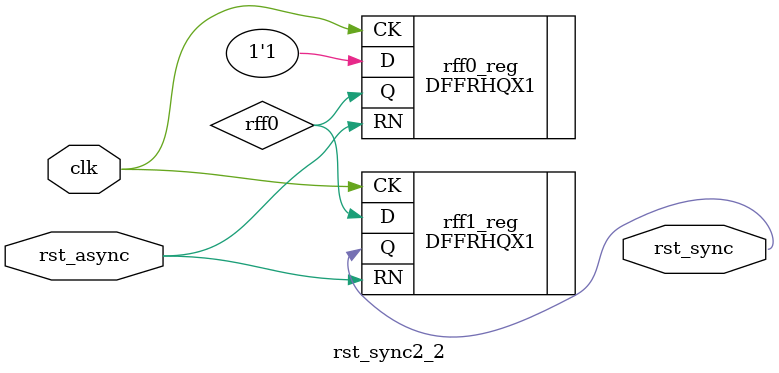
<source format=v>


module top ( clk_1, clk_2, clk_3, rst_n, in_valid, CRC, mode, message, 
        out_valid, out );
  input [59:0] message;
  output [59:0] out;
  input clk_1, clk_2, clk_3, rst_n, in_valid, CRC, mode;
  output out_valid;
  wire   rst_n_clk1, clk1_CRC, clk1_mode, clk1_flag, rst_n_clk2, clk2_flag,
         rst_n_clk3;
  wire   [59:0] clk1_message;
  wire   [59:0] clk2_out;

  rst_sync2_2 i_rst_sync2_clk1 ( .clk(clk_1), .rst_async(rst_n), .rst_sync(
        rst_n_clk1) );
  clk_1_module i_clk_1_module ( .clk_1(clk_1), .rst_n(rst_n_clk1), .in_valid(
        in_valid), .message(message), .mode(mode), .CRC(CRC), .clk1_message(
        clk1_message), .clk1_CRC(clk1_CRC), .clk1_mode(clk1_mode), .clk1_flag(
        clk1_flag) );
  rst_sync2_1 i_rst_sync2_clk2 ( .clk(clk_2), .rst_async(rst_n), .rst_sync(
        rst_n_clk2) );
  clk_2_module i_clk_2_module ( .clk_2(clk_2), .rst_n(rst_n_clk2), 
        .clk1_message(clk1_message), .clk1_CRC(clk1_CRC), .clk1_mode(clk1_mode), .clk1_flag(clk1_flag), .clk2_out(clk2_out), .clk2_flag(clk2_flag) );
  rst_sync2_0 i_rst_sync2_clk3 ( .clk(clk_3), .rst_async(rst_n), .rst_sync(
        rst_n_clk3) );
  clk_3_module i_clk_3_module ( .clk_3(clk_3), .rst_n(rst_n_clk3), .clk2_out(
        clk2_out), .clk2_flag(clk2_flag), .out_valid(out_valid), .out(out) );
endmodule


module clk_3_module ( clk_3, rst_n, clk2_out, clk2_flag, out_valid, out );
  input [59:0] clk2_out;
  output [59:0] out;
  input clk_3, rst_n, clk2_flag;
  output out_valid;
  wire   sync_clk2_lvl, sync_clk2_pls, N5, N6, N7, N8, N9, N10, N11, N12, N13,
         N14, N15, N16, N17, N18, N19, N20, N21, N22, N23, N24, N25, N26, N27,
         N28, N29, N30, N31, N32, N33, N34, N35, N36, N37, N38, N39, N40, N41,
         N42, N43, N44, N45, N46, N47, N48, N49, N50, N51, N52, N53, N54, N55,
         N56, N57, N58, N59, N60, N61, N62, N63, N64, n1, n2, n3, n4;

  cdc_sync2_0 i_cdc_sync2_clk3 ( .clk(clk_3), .rst_n(n3), .d(clk2_flag), .q(
        sync_clk2_lvl) );
  plsgen_0 i_plsgen_clk3 ( .clk(clk_3), .rst_n(n3), .d(sync_clk2_lvl), .pls(
        sync_clk2_pls) );
  DFFRHQX1 out_reg_59_ ( .D(N64), .CK(clk_3), .RN(n3), .Q(out[59]) );
  DFFRHQX1 out_reg_58_ ( .D(N63), .CK(clk_3), .RN(n3), .Q(out[58]) );
  DFFRHQX1 out_reg_57_ ( .D(N62), .CK(clk_3), .RN(n3), .Q(out[57]) );
  DFFRHQX1 out_reg_56_ ( .D(N61), .CK(clk_3), .RN(n3), .Q(out[56]) );
  DFFRHQX1 out_reg_55_ ( .D(N60), .CK(clk_3), .RN(n3), .Q(out[55]) );
  DFFRHQX1 out_reg_54_ ( .D(N59), .CK(clk_3), .RN(n3), .Q(out[54]) );
  DFFRHQX1 out_reg_53_ ( .D(N58), .CK(clk_3), .RN(n3), .Q(out[53]) );
  DFFRHQX1 out_reg_52_ ( .D(N57), .CK(clk_3), .RN(n3), .Q(out[52]) );
  DFFRHQX1 out_reg_51_ ( .D(N56), .CK(clk_3), .RN(n3), .Q(out[51]) );
  DFFRHQX1 out_reg_50_ ( .D(N55), .CK(clk_3), .RN(n3), .Q(out[50]) );
  DFFRHQX1 out_reg_49_ ( .D(N54), .CK(clk_3), .RN(n3), .Q(out[49]) );
  DFFRHQX1 out_reg_48_ ( .D(N53), .CK(clk_3), .RN(n3), .Q(out[48]) );
  DFFRHQX1 out_reg_47_ ( .D(N52), .CK(clk_3), .RN(n3), .Q(out[47]) );
  DFFRHQX1 out_reg_46_ ( .D(N51), .CK(clk_3), .RN(n3), .Q(out[46]) );
  DFFRHQX1 out_reg_45_ ( .D(N50), .CK(clk_3), .RN(n3), .Q(out[45]) );
  DFFRHQX1 out_reg_44_ ( .D(N49), .CK(clk_3), .RN(n3), .Q(out[44]) );
  DFFRHQX1 out_reg_43_ ( .D(N48), .CK(clk_3), .RN(n3), .Q(out[43]) );
  DFFRHQX1 out_reg_42_ ( .D(N47), .CK(clk_3), .RN(n3), .Q(out[42]) );
  DFFRHQX1 out_reg_41_ ( .D(N46), .CK(clk_3), .RN(n3), .Q(out[41]) );
  DFFRHQX1 out_reg_40_ ( .D(N45), .CK(clk_3), .RN(n3), .Q(out[40]) );
  DFFRHQX1 out_reg_39_ ( .D(N44), .CK(clk_3), .RN(n3), .Q(out[39]) );
  DFFRHQX1 out_reg_38_ ( .D(N43), .CK(clk_3), .RN(rst_n), .Q(out[38]) );
  DFFRHQX1 out_reg_37_ ( .D(N42), .CK(clk_3), .RN(rst_n), .Q(out[37]) );
  DFFRHQX1 out_reg_36_ ( .D(N41), .CK(clk_3), .RN(rst_n), .Q(out[36]) );
  DFFRHQX1 out_reg_35_ ( .D(N40), .CK(clk_3), .RN(rst_n), .Q(out[35]) );
  DFFRHQX1 out_reg_34_ ( .D(N39), .CK(clk_3), .RN(rst_n), .Q(out[34]) );
  DFFRHQX1 out_reg_33_ ( .D(N38), .CK(clk_3), .RN(rst_n), .Q(out[33]) );
  DFFRHQX1 out_reg_32_ ( .D(N37), .CK(clk_3), .RN(rst_n), .Q(out[32]) );
  DFFRHQX1 out_reg_31_ ( .D(N36), .CK(clk_3), .RN(rst_n), .Q(out[31]) );
  DFFRHQX1 out_reg_30_ ( .D(N35), .CK(clk_3), .RN(rst_n), .Q(out[30]) );
  DFFRHQX1 out_reg_29_ ( .D(N34), .CK(clk_3), .RN(rst_n), .Q(out[29]) );
  DFFRHQX1 out_reg_28_ ( .D(N33), .CK(clk_3), .RN(rst_n), .Q(out[28]) );
  DFFRHQX1 out_reg_27_ ( .D(N32), .CK(clk_3), .RN(rst_n), .Q(out[27]) );
  DFFRHQX1 out_reg_26_ ( .D(N31), .CK(clk_3), .RN(rst_n), .Q(out[26]) );
  DFFRHQX1 out_reg_25_ ( .D(N30), .CK(clk_3), .RN(rst_n), .Q(out[25]) );
  DFFRHQX1 out_reg_24_ ( .D(N29), .CK(clk_3), .RN(rst_n), .Q(out[24]) );
  DFFRHQX1 out_reg_23_ ( .D(N28), .CK(clk_3), .RN(rst_n), .Q(out[23]) );
  DFFRHQX1 out_reg_22_ ( .D(N27), .CK(clk_3), .RN(rst_n), .Q(out[22]) );
  DFFRHQX1 out_reg_21_ ( .D(N26), .CK(clk_3), .RN(rst_n), .Q(out[21]) );
  DFFRHQX1 out_reg_20_ ( .D(N25), .CK(clk_3), .RN(rst_n), .Q(out[20]) );
  DFFRHQX1 out_reg_19_ ( .D(N24), .CK(clk_3), .RN(rst_n), .Q(out[19]) );
  DFFRHQX1 out_reg_18_ ( .D(N23), .CK(clk_3), .RN(rst_n), .Q(out[18]) );
  DFFRHQX1 out_reg_17_ ( .D(N22), .CK(clk_3), .RN(rst_n), .Q(out[17]) );
  DFFRHQX1 out_reg_16_ ( .D(N21), .CK(clk_3), .RN(rst_n), .Q(out[16]) );
  DFFRHQX1 out_reg_15_ ( .D(N20), .CK(clk_3), .RN(rst_n), .Q(out[15]) );
  DFFRHQX1 out_reg_14_ ( .D(N19), .CK(clk_3), .RN(rst_n), .Q(out[14]) );
  DFFRHQX1 out_reg_13_ ( .D(N18), .CK(clk_3), .RN(rst_n), .Q(out[13]) );
  DFFRHQX1 out_reg_12_ ( .D(N17), .CK(clk_3), .RN(rst_n), .Q(out[12]) );
  DFFRHQX1 out_reg_11_ ( .D(N16), .CK(clk_3), .RN(rst_n), .Q(out[11]) );
  DFFRHQX1 out_reg_10_ ( .D(N15), .CK(clk_3), .RN(rst_n), .Q(out[10]) );
  DFFRHQX1 out_reg_9_ ( .D(N14), .CK(clk_3), .RN(rst_n), .Q(out[9]) );
  DFFRHQX1 out_reg_8_ ( .D(N13), .CK(clk_3), .RN(rst_n), .Q(out[8]) );
  DFFRHQX1 out_reg_7_ ( .D(N12), .CK(clk_3), .RN(rst_n), .Q(out[7]) );
  DFFRHQX1 out_reg_6_ ( .D(N11), .CK(clk_3), .RN(rst_n), .Q(out[6]) );
  DFFRHQX1 out_reg_5_ ( .D(N10), .CK(clk_3), .RN(rst_n), .Q(out[5]) );
  DFFRHQX1 out_reg_4_ ( .D(N9), .CK(clk_3), .RN(rst_n), .Q(out[4]) );
  DFFRHQX1 out_reg_3_ ( .D(N8), .CK(clk_3), .RN(rst_n), .Q(out[3]) );
  DFFRHQX1 out_reg_2_ ( .D(N7), .CK(clk_3), .RN(rst_n), .Q(out[2]) );
  DFFRHQX1 out_reg_1_ ( .D(N6), .CK(clk_3), .RN(rst_n), .Q(out[1]) );
  DFFRHQX1 out_reg_0_ ( .D(N5), .CK(clk_3), .RN(rst_n), .Q(out[0]) );
  DFFRHQX1 out_valid_reg ( .D(sync_clk2_pls), .CK(clk_3), .RN(rst_n), .Q(
        out_valid) );
  INVX1 U3 ( .A(n2), .Y(n1) );
  INVX1 U4 ( .A(sync_clk2_pls), .Y(n2) );
  INVX1 U5 ( .A(n4), .Y(n3) );
  AND2X2 U6 ( .A(clk2_out[5]), .B(n1), .Y(N10) );
  AND2X2 U7 ( .A(clk2_out[6]), .B(sync_clk2_pls), .Y(N11) );
  AND2X2 U8 ( .A(clk2_out[7]), .B(sync_clk2_pls), .Y(N12) );
  AND2X2 U9 ( .A(clk2_out[8]), .B(sync_clk2_pls), .Y(N13) );
  AND2X2 U10 ( .A(clk2_out[9]), .B(sync_clk2_pls), .Y(N14) );
  AND2X2 U11 ( .A(clk2_out[10]), .B(sync_clk2_pls), .Y(N15) );
  AND2X2 U12 ( .A(clk2_out[11]), .B(sync_clk2_pls), .Y(N16) );
  AND2X2 U13 ( .A(clk2_out[12]), .B(sync_clk2_pls), .Y(N17) );
  AND2X2 U14 ( .A(clk2_out[13]), .B(sync_clk2_pls), .Y(N18) );
  AND2X2 U15 ( .A(clk2_out[14]), .B(sync_clk2_pls), .Y(N19) );
  AND2X2 U16 ( .A(clk2_out[15]), .B(sync_clk2_pls), .Y(N20) );
  AND2X2 U17 ( .A(clk2_out[16]), .B(n1), .Y(N21) );
  AND2X2 U18 ( .A(clk2_out[17]), .B(n1), .Y(N22) );
  AND2X2 U19 ( .A(clk2_out[18]), .B(n1), .Y(N23) );
  AND2X2 U20 ( .A(clk2_out[19]), .B(n1), .Y(N24) );
  AND2X2 U21 ( .A(clk2_out[20]), .B(n1), .Y(N25) );
  AND2X2 U22 ( .A(clk2_out[21]), .B(n1), .Y(N26) );
  AND2X2 U23 ( .A(clk2_out[22]), .B(n1), .Y(N27) );
  AND2X2 U24 ( .A(clk2_out[23]), .B(n1), .Y(N28) );
  AND2X2 U25 ( .A(clk2_out[24]), .B(n1), .Y(N29) );
  AND2X2 U26 ( .A(clk2_out[25]), .B(n1), .Y(N30) );
  AND2X2 U27 ( .A(clk2_out[26]), .B(n1), .Y(N31) );
  AND2X2 U28 ( .A(clk2_out[27]), .B(n1), .Y(N32) );
  AND2X2 U29 ( .A(clk2_out[28]), .B(sync_clk2_pls), .Y(N33) );
  AND2X2 U30 ( .A(clk2_out[29]), .B(sync_clk2_pls), .Y(N34) );
  AND2X2 U31 ( .A(clk2_out[30]), .B(sync_clk2_pls), .Y(N35) );
  AND2X2 U32 ( .A(clk2_out[31]), .B(sync_clk2_pls), .Y(N36) );
  AND2X2 U33 ( .A(clk2_out[32]), .B(sync_clk2_pls), .Y(N37) );
  AND2X2 U34 ( .A(clk2_out[33]), .B(sync_clk2_pls), .Y(N38) );
  AND2X2 U35 ( .A(clk2_out[34]), .B(sync_clk2_pls), .Y(N39) );
  AND2X2 U36 ( .A(clk2_out[35]), .B(sync_clk2_pls), .Y(N40) );
  AND2X2 U37 ( .A(clk2_out[36]), .B(sync_clk2_pls), .Y(N41) );
  AND2X2 U38 ( .A(clk2_out[37]), .B(sync_clk2_pls), .Y(N42) );
  AND2X2 U39 ( .A(clk2_out[38]), .B(sync_clk2_pls), .Y(N43) );
  AND2X2 U40 ( .A(clk2_out[49]), .B(sync_clk2_pls), .Y(N54) );
  AND2X2 U41 ( .A(clk2_out[0]), .B(sync_clk2_pls), .Y(N5) );
  AND2X2 U42 ( .A(clk2_out[1]), .B(sync_clk2_pls), .Y(N6) );
  AND2X2 U43 ( .A(clk2_out[2]), .B(n1), .Y(N7) );
  AND2X2 U44 ( .A(clk2_out[3]), .B(sync_clk2_pls), .Y(N8) );
  AND2X2 U45 ( .A(clk2_out[39]), .B(sync_clk2_pls), .Y(N44) );
  AND2X2 U46 ( .A(clk2_out[40]), .B(sync_clk2_pls), .Y(N45) );
  AND2X2 U47 ( .A(clk2_out[41]), .B(sync_clk2_pls), .Y(N46) );
  AND2X2 U48 ( .A(clk2_out[42]), .B(sync_clk2_pls), .Y(N47) );
  AND2X2 U49 ( .A(clk2_out[43]), .B(sync_clk2_pls), .Y(N48) );
  AND2X2 U50 ( .A(clk2_out[44]), .B(sync_clk2_pls), .Y(N49) );
  AND2X2 U51 ( .A(clk2_out[45]), .B(sync_clk2_pls), .Y(N50) );
  AND2X2 U52 ( .A(clk2_out[46]), .B(sync_clk2_pls), .Y(N51) );
  AND2X2 U53 ( .A(clk2_out[47]), .B(sync_clk2_pls), .Y(N52) );
  AND2X2 U54 ( .A(clk2_out[48]), .B(sync_clk2_pls), .Y(N53) );
  AND2X2 U55 ( .A(clk2_out[50]), .B(sync_clk2_pls), .Y(N55) );
  AND2X2 U56 ( .A(clk2_out[51]), .B(n1), .Y(N56) );
  AND2X2 U57 ( .A(clk2_out[52]), .B(sync_clk2_pls), .Y(N57) );
  AND2X2 U58 ( .A(clk2_out[53]), .B(n1), .Y(N58) );
  AND2X2 U59 ( .A(clk2_out[54]), .B(sync_clk2_pls), .Y(N59) );
  AND2X2 U60 ( .A(clk2_out[55]), .B(sync_clk2_pls), .Y(N60) );
  AND2X2 U61 ( .A(clk2_out[56]), .B(sync_clk2_pls), .Y(N61) );
  AND2X2 U62 ( .A(clk2_out[57]), .B(sync_clk2_pls), .Y(N62) );
  AND2X2 U63 ( .A(clk2_out[58]), .B(sync_clk2_pls), .Y(N63) );
  AND2X2 U64 ( .A(clk2_out[59]), .B(sync_clk2_pls), .Y(N64) );
  AND2X2 U65 ( .A(sync_clk2_pls), .B(clk2_out[4]), .Y(N9) );
  INVX1 U66 ( .A(rst_n), .Y(n4) );
endmodule


module plsgen_0 ( clk, rst_n, d, pls );
  input clk, rst_n, d;
  output pls;
  wire   q;

  DFFRHQX1 q_reg ( .D(d), .CK(clk), .RN(rst_n), .Q(q) );
  XOR2X1 U3 ( .A(q), .B(d), .Y(pls) );
endmodule


module cdc_sync2_0 ( clk, rst_n, d, q );
  input clk, rst_n, d;
  output q;
  wire   q0;

  DFFRHQX1 q1_reg ( .D(q0), .CK(clk), .RN(rst_n), .Q(q) );
  DFFRHQX1 q0_reg ( .D(d), .CK(clk), .RN(rst_n), .Q(q0) );
endmodule


module rst_sync2_0 ( clk, rst_async, rst_sync );
  input clk, rst_async;
  output rst_sync;
  wire   rff0;

  DFFRHQX1 rff1_reg ( .D(rff0), .CK(clk), .RN(rst_async), .Q(rst_sync) );
  DFFRHQX1 rff0_reg ( .D(1'b1), .CK(clk), .RN(rst_async), .Q(rff0) );
endmodule


module clk_2_module ( clk_2, rst_n, clk1_message, clk1_CRC, clk1_mode, 
        clk1_flag, clk2_out, clk2_flag );
  input [59:0] clk1_message;
  output [59:0] clk2_out;
  input clk_2, rst_n, clk1_CRC, clk1_mode, clk1_flag;
  output clk2_flag;
  wire   sync_lvl, sync_pls, clk2_CRC, N14, clk2_mode, N18, N19, N20, N21, N22,
         N23, N24, N25, N26, N27, N28, N29, N30, N31, N32, N33, N34, N35, N36,
         N37, N38, N39, N40, N41, N42, N43, N44, N45, N46, N47, N48, N49, N50,
         N51, N52, N53, N54, N55, N56, N57, N58, N59, N60, N61, N62, N63, N64,
         N65, N66, N67, N68, N69, N70, N71, N72, start_crc, shift_en, N85, N86,
         N87, N88, N89, N101, bit_in_0, bit_in_1, N342, n11, n13, n17, n1900,
         n2100, n2300, n2500, n2700, n2900, n3100, n3300, n3500, n3700, n3900,
         n4100, n490, n520, n540, n560, n580, n600, n610, n620, n630, n640,
         n650, n660, n680, n700, n720, n74, n76, n78, n80, n82, n84, n860,
         n880, n90, n92, n94, n96, n98, n100, n102, n104, n106, n108, n110,
         n112, n114, n116, n118, n120, n122, n124, n126, n128, n130, n132,
         n134, n136, n138, n140, n142, n144, n146, n148, n150, n152, n154,
         n156, n158, n160, n162, n164, n166, n167, n168, n169, n170, n174,
         n175, n177, n178, n179, n180, n181, n182, n183, n184, n186, n187,
         n188, n189, n1901, n191, n193, n195, n196, n197, n198, n199, n200,
         n201, n202, n203, n204, n205, n206, n207, n208, n209, n2101, n211,
         n212, n213, n214, n215, n218, n221, n224, n226, n228, n2301, n232,
         n234, n236, n238, n240, n242, n244, n246, n248, n2501, n252, n254,
         n256, n258, n260, n262, n264, n266, n268, n2701, n272, n274, n276,
         n278, n280, n282, n284, n286, n288, n289, n2901, n291, n292, n293,
         n294, n295, n296, n297, n298, n299, n300, n301, n302, n303, n304,
         n305, n306, n307, n308, n309, n3101, n311, n312, n313, n314, n315,
         n316, n317, n318, n319, n320, n321, n322, n323, n324, n325, n326,
         n327, n328, n329, n3301, n331, n332, n333, n334, n335, n336, n337,
         n338, n339, n340, n341, n3420, n343, n344, n345, n346, n347, n348,
         n349, n3501, n351, n352, n353, n354, n355, n356, n364, n369, n3701,
         n371, n372, n373, n374, n375, n376, n377, n378, n379, n380, n381,
         n382, n383, n384, n385, n386, n387, n388, n389, n3901, n391, n392,
         n393, n394, n395, n396, n397, n398, n399, n400, n401, n402, n403,
         n404, n405, n406, n407, n408, n409, n4101, n411, n412, n413, n414,
         n415, n416, n417, n418, n419, n420, n421, n422, n423, n424, n425,
         n426, n427, n428, n429, n430, n431, n1, n2, n3, n4, n5, n6, n7, n8,
         n9, n10, n12, n1410, n15, n16, n1850, n2010, n2200, n2410, n2610,
         n2810, n3010, n3210, n3410, n3600, n3810, n4010, n4210, n4320, n4400,
         n4500, n4600, n4700, n480, n500, n510, n530, n550, n570, n590, n670,
         n690, n710, n73, n75, n77, n79, n81, n83, n850, n870, n890, n91, n93,
         n95, n97, n99, n1010, n103, n105, n107, n109, n111, n113, n115, n117,
         n119, n121, n123, n125, n127, n129, n131, n133, n135, n137, n139,
         n1411, n143, n145, n147, n149, n151, n153, n155, n157, n159, n161,
         n163, n165, n171, n172, n173, n176, n1851, n192, n194, n216, n217,
         n219, n2201, n222, n223, n225, n227, n229, n231, n233, n235, n237,
         n239, n2411, n243, n245, n247, n249, n251, n253, n255, n257, n259,
         n2611, n263, n265, n267, n269, n271, n273, n275, n277, n279, n2811,
         n283, n285, n287, n357, n358, n359, n3601, n361, n362, n363, n365,
         n366, n367, n368, n4321, n433, n434, n435, n436, n437, n438, n439,
         n4401, n441, n442, n443, n444, n445, n446, n447, n448, n449, n4501,
         n451, n452, n453, n454, n455, n456, n457, n458, n459, n4601, n461,
         n462, n463, n464, n465, n466, n467, n468, n469, n4701;
  wire   [59:0] clk2_message;
  wire   [5:0] cnt;
  wire   [53:0] dividend;
  wire   [8:0] remainder;
  wire   [8:0] rem_1;
  wire   [8:0] rem_2;
  wire   [5:2] add_130_S2_carry;

  DFFRHQX4 clk2_CRC_reg ( .D(N14), .CK(clk_2), .RN(rst_n), .Q(clk2_CRC) );
  DFFRHQX4 clk2_mode_reg ( .D(n1010), .CK(clk_2), .RN(n77), .Q(clk2_mode) );
  DFFRHQX4 start_crc_reg ( .D(n690), .CK(clk_2), .RN(n81), .Q(start_crc) );
  DFFRHQX4 shift_en_reg ( .D(n105), .CK(clk_2), .RN(n81), .Q(shift_en) );
  cdc_sync2_1 i_cdc_sync2_clk2 ( .clk(clk_2), .rst_n(n77), .d(clk1_flag), .q(
        sync_lvl) );
  plsgen_1 i_plsgen_clk2 ( .clk(clk_2), .rst_n(n83), .d(sync_lvl), .pls(
        sync_pls) );
  crc_step_1 i_crc_step_0 ( .sel(clk2_CRC), .bit_in(bit_in_0), .rem_in(
        remainder), .rem_out(rem_1) );
  crc_step_0 i_crc_step_1 ( .sel(n12), .bit_in(bit_in_1), .rem_in(rem_1), 
        .rem_out(rem_2) );
  toggleff_0 i_toggleff_clk2 ( .clk(clk_2), .rst_n(n77), .d(N342), .lvl(
        clk2_flag) );
  DFFRHQX1 clk2_out_reg_1_ ( .D(n298), .CK(clk_2), .RN(rst_n), .Q(clk2_out[1])
         );
  DFFRHQX1 clk2_out_reg_0_ ( .D(n297), .CK(clk_2), .RN(n83), .Q(clk2_out[0])
         );
  DFFRHQX1 clk2_out_reg_3_ ( .D(n300), .CK(clk_2), .RN(rst_n), .Q(clk2_out[3])
         );
  DFFRHQX1 clk2_out_reg_2_ ( .D(n299), .CK(clk_2), .RN(n83), .Q(clk2_out[2])
         );
  DFFRHQX1 clk2_out_reg_4_ ( .D(n301), .CK(clk_2), .RN(n83), .Q(clk2_out[4])
         );
  DFFRHQX1 dividend_reg_3_ ( .D(n428), .CK(clk_2), .RN(n83), .Q(dividend[3])
         );
  DFFRHQX1 dividend_reg_4_ ( .D(n427), .CK(clk_2), .RN(rst_n), .Q(dividend[4])
         );
  DFFRHQXL dividend_reg_15_ ( .D(n416), .CK(clk_2), .RN(n83), .Q(dividend[15])
         );
  DFFRHQX1 clk2_out_reg_59_ ( .D(n356), .CK(clk_2), .RN(rst_n), .Q(
        clk2_out[59]) );
  DFFRHQX1 clk2_out_reg_58_ ( .D(n355), .CK(clk_2), .RN(rst_n), .Q(
        clk2_out[58]) );
  DFFRHQX1 clk2_out_reg_57_ ( .D(n354), .CK(clk_2), .RN(rst_n), .Q(
        clk2_out[57]) );
  DFFRHQX1 clk2_out_reg_56_ ( .D(n353), .CK(clk_2), .RN(rst_n), .Q(
        clk2_out[56]) );
  DFFRHQX1 clk2_out_reg_55_ ( .D(n352), .CK(clk_2), .RN(rst_n), .Q(
        clk2_out[55]) );
  DFFRHQX1 clk2_out_reg_54_ ( .D(n351), .CK(clk_2), .RN(rst_n), .Q(
        clk2_out[54]) );
  DFFRHQX1 clk2_out_reg_53_ ( .D(n3501), .CK(clk_2), .RN(rst_n), .Q(
        clk2_out[53]) );
  DFFRHQX1 clk2_out_reg_52_ ( .D(n349), .CK(clk_2), .RN(n850), .Q(clk2_out[52]) );
  DFFRHQX1 clk2_out_reg_51_ ( .D(n348), .CK(clk_2), .RN(n850), .Q(clk2_out[51]) );
  DFFRHQX1 clk2_out_reg_50_ ( .D(n347), .CK(clk_2), .RN(n850), .Q(clk2_out[50]) );
  DFFRHQX1 clk2_out_reg_49_ ( .D(n346), .CK(clk_2), .RN(n850), .Q(clk2_out[49]) );
  DFFRHQX1 clk2_out_reg_48_ ( .D(n345), .CK(clk_2), .RN(n850), .Q(clk2_out[48]) );
  DFFRHQX1 clk2_out_reg_47_ ( .D(n344), .CK(clk_2), .RN(n850), .Q(clk2_out[47]) );
  DFFRHQX1 clk2_out_reg_46_ ( .D(n343), .CK(clk_2), .RN(n850), .Q(clk2_out[46]) );
  DFFRHQX1 clk2_out_reg_45_ ( .D(n3420), .CK(clk_2), .RN(n850), .Q(
        clk2_out[45]) );
  DFFRHQX1 clk2_out_reg_44_ ( .D(n341), .CK(clk_2), .RN(n850), .Q(clk2_out[44]) );
  DFFRHQX1 clk2_out_reg_43_ ( .D(n340), .CK(clk_2), .RN(n850), .Q(clk2_out[43]) );
  DFFRHQX1 clk2_out_reg_42_ ( .D(n339), .CK(clk_2), .RN(n850), .Q(clk2_out[42]) );
  DFFRHQX1 clk2_out_reg_41_ ( .D(n338), .CK(clk_2), .RN(n850), .Q(clk2_out[41]) );
  DFFRHQX1 clk2_out_reg_40_ ( .D(n337), .CK(clk_2), .RN(n850), .Q(clk2_out[40]) );
  DFFRHQX1 clk2_out_reg_39_ ( .D(n336), .CK(clk_2), .RN(n850), .Q(clk2_out[39]) );
  DFFRHQX1 clk2_out_reg_38_ ( .D(n335), .CK(clk_2), .RN(n850), .Q(clk2_out[38]) );
  DFFRHQX1 clk2_out_reg_37_ ( .D(n334), .CK(clk_2), .RN(n850), .Q(clk2_out[37]) );
  DFFRHQX1 clk2_out_reg_36_ ( .D(n333), .CK(clk_2), .RN(n850), .Q(clk2_out[36]) );
  DFFRHQX1 clk2_out_reg_35_ ( .D(n332), .CK(clk_2), .RN(n850), .Q(clk2_out[35]) );
  DFFRHQX1 clk2_out_reg_34_ ( .D(n331), .CK(clk_2), .RN(n850), .Q(clk2_out[34]) );
  DFFRHQX1 clk2_out_reg_33_ ( .D(n3301), .CK(clk_2), .RN(n850), .Q(
        clk2_out[33]) );
  DFFRHQX1 clk2_out_reg_32_ ( .D(n329), .CK(clk_2), .RN(n850), .Q(clk2_out[32]) );
  DFFRHQX1 clk2_out_reg_31_ ( .D(n328), .CK(clk_2), .RN(n850), .Q(clk2_out[31]) );
  DFFRHQX1 clk2_out_reg_30_ ( .D(n327), .CK(clk_2), .RN(n850), .Q(clk2_out[30]) );
  DFFRHQX1 clk2_out_reg_29_ ( .D(n326), .CK(clk_2), .RN(n850), .Q(clk2_out[29]) );
  DFFRHQX1 clk2_out_reg_28_ ( .D(n325), .CK(clk_2), .RN(n870), .Q(clk2_out[28]) );
  DFFRHQX1 clk2_out_reg_27_ ( .D(n324), .CK(clk_2), .RN(n870), .Q(clk2_out[27]) );
  DFFRHQX1 clk2_out_reg_26_ ( .D(n323), .CK(clk_2), .RN(n870), .Q(clk2_out[26]) );
  DFFRHQX1 clk2_out_reg_25_ ( .D(n322), .CK(clk_2), .RN(n870), .Q(clk2_out[25]) );
  DFFRHQX1 clk2_out_reg_24_ ( .D(n321), .CK(clk_2), .RN(n870), .Q(clk2_out[24]) );
  DFFRHQX1 clk2_out_reg_23_ ( .D(n320), .CK(clk_2), .RN(n870), .Q(clk2_out[23]) );
  DFFRHQX1 clk2_out_reg_22_ ( .D(n319), .CK(clk_2), .RN(n870), .Q(clk2_out[22]) );
  DFFRHQX1 clk2_out_reg_21_ ( .D(n318), .CK(clk_2), .RN(n870), .Q(clk2_out[21]) );
  DFFRHQX1 clk2_out_reg_20_ ( .D(n317), .CK(clk_2), .RN(n870), .Q(clk2_out[20]) );
  DFFRHQX1 clk2_out_reg_19_ ( .D(n316), .CK(clk_2), .RN(n870), .Q(clk2_out[19]) );
  DFFRHQX1 clk2_out_reg_18_ ( .D(n315), .CK(clk_2), .RN(n870), .Q(clk2_out[18]) );
  DFFRHQX1 clk2_out_reg_17_ ( .D(n314), .CK(clk_2), .RN(n870), .Q(clk2_out[17]) );
  DFFRHQX1 clk2_out_reg_16_ ( .D(n313), .CK(clk_2), .RN(n870), .Q(clk2_out[16]) );
  DFFRHQX1 clk2_out_reg_15_ ( .D(n312), .CK(clk_2), .RN(n870), .Q(clk2_out[15]) );
  DFFRHQX1 clk2_out_reg_14_ ( .D(n311), .CK(clk_2), .RN(n870), .Q(clk2_out[14]) );
  DFFRHQX1 clk2_out_reg_13_ ( .D(n3101), .CK(clk_2), .RN(n870), .Q(
        clk2_out[13]) );
  DFFRHQX1 clk2_out_reg_12_ ( .D(n309), .CK(clk_2), .RN(n870), .Q(clk2_out[12]) );
  DFFRHQX1 clk2_out_reg_11_ ( .D(n308), .CK(clk_2), .RN(n870), .Q(clk2_out[11]) );
  DFFRHQX1 clk2_out_reg_10_ ( .D(n307), .CK(clk_2), .RN(n870), .Q(clk2_out[10]) );
  DFFRHQX1 clk2_out_reg_9_ ( .D(n306), .CK(clk_2), .RN(n870), .Q(clk2_out[9])
         );
  DFFRHQX1 clk2_out_reg_8_ ( .D(n305), .CK(clk_2), .RN(n870), .Q(clk2_out[8])
         );
  DFFRHQX1 clk2_out_reg_7_ ( .D(n304), .CK(clk_2), .RN(n870), .Q(clk2_out[7])
         );
  DFFRHQX1 clk2_out_reg_6_ ( .D(n303), .CK(clk_2), .RN(n870), .Q(clk2_out[6])
         );
  DFFRHQX1 clk2_out_reg_5_ ( .D(n302), .CK(clk_2), .RN(n870), .Q(clk2_out[5])
         );
  DFFRHQX1 dividend_reg_5_ ( .D(n426), .CK(clk_2), .RN(n83), .Q(dividend[5])
         );
  DFFRHQX1 dividend_reg_7_ ( .D(n424), .CK(clk_2), .RN(n83), .Q(dividend[7])
         );
  DFFRHQXL dividend_reg_9_ ( .D(n422), .CK(clk_2), .RN(n83), .Q(dividend[9])
         );
  DFFRHQXL dividend_reg_11_ ( .D(n420), .CK(clk_2), .RN(n83), .Q(dividend[11])
         );
  DFFRHQXL dividend_reg_13_ ( .D(n418), .CK(clk_2), .RN(n83), .Q(dividend[13])
         );
  DFFRHQXL dividend_reg_17_ ( .D(n414), .CK(clk_2), .RN(n83), .Q(dividend[17])
         );
  DFFRHQXL dividend_reg_19_ ( .D(n412), .CK(clk_2), .RN(n83), .Q(dividend[19])
         );
  DFFRHQXL dividend_reg_21_ ( .D(n4101), .CK(clk_2), .RN(n83), .Q(dividend[21]) );
  DFFRHQXL dividend_reg_23_ ( .D(n408), .CK(clk_2), .RN(n83), .Q(dividend[23])
         );
  DFFRHQXL dividend_reg_25_ ( .D(n406), .CK(clk_2), .RN(n83), .Q(dividend[25])
         );
  DFFRHQXL dividend_reg_27_ ( .D(n404), .CK(clk_2), .RN(n83), .Q(dividend[27])
         );
  DFFRHQXL dividend_reg_29_ ( .D(n402), .CK(clk_2), .RN(n83), .Q(dividend[29])
         );
  DFFRHQXL dividend_reg_31_ ( .D(n400), .CK(clk_2), .RN(n83), .Q(dividend[31])
         );
  DFFRHQXL dividend_reg_33_ ( .D(n398), .CK(clk_2), .RN(n83), .Q(dividend[33])
         );
  DFFRHQXL dividend_reg_35_ ( .D(n396), .CK(clk_2), .RN(n83), .Q(dividend[35])
         );
  DFFRHQXL dividend_reg_37_ ( .D(n394), .CK(clk_2), .RN(n83), .Q(dividend[37])
         );
  DFFRHQXL dividend_reg_39_ ( .D(n392), .CK(clk_2), .RN(n83), .Q(dividend[39])
         );
  DFFRHQXL dividend_reg_41_ ( .D(n3901), .CK(clk_2), .RN(n83), .Q(dividend[41]) );
  DFFRHQXL dividend_reg_43_ ( .D(n388), .CK(clk_2), .RN(n83), .Q(dividend[43])
         );
  DFFRHQXL dividend_reg_45_ ( .D(n386), .CK(clk_2), .RN(n83), .Q(dividend[45])
         );
  DFFRHQXL dividend_reg_47_ ( .D(n384), .CK(clk_2), .RN(rst_n), .Q(
        dividend[47]) );
  DFFRHQXL dividend_reg_51_ ( .D(n380), .CK(clk_2), .RN(rst_n), .Q(
        dividend[51]) );
  DFFRHQX1 dividend_reg_6_ ( .D(n425), .CK(clk_2), .RN(rst_n), .Q(dividend[6])
         );
  DFFRHQXL dividend_reg_8_ ( .D(n423), .CK(clk_2), .RN(rst_n), .Q(dividend[8])
         );
  DFFRHQXL dividend_reg_10_ ( .D(n421), .CK(clk_2), .RN(rst_n), .Q(
        dividend[10]) );
  DFFRHQXL dividend_reg_12_ ( .D(n419), .CK(clk_2), .RN(rst_n), .Q(
        dividend[12]) );
  DFFRHQXL dividend_reg_14_ ( .D(n417), .CK(clk_2), .RN(rst_n), .Q(
        dividend[14]) );
  DFFRHQXL dividend_reg_16_ ( .D(n415), .CK(clk_2), .RN(rst_n), .Q(
        dividend[16]) );
  DFFRHQXL dividend_reg_18_ ( .D(n413), .CK(clk_2), .RN(rst_n), .Q(
        dividend[18]) );
  DFFRHQX1 dividend_reg_20_ ( .D(n411), .CK(clk_2), .RN(rst_n), .Q(
        dividend[20]) );
  DFFRHQXL dividend_reg_22_ ( .D(n409), .CK(clk_2), .RN(rst_n), .Q(
        dividend[22]) );
  DFFRHQXL dividend_reg_24_ ( .D(n407), .CK(clk_2), .RN(rst_n), .Q(
        dividend[24]) );
  DFFRHQXL dividend_reg_26_ ( .D(n405), .CK(clk_2), .RN(rst_n), .Q(
        dividend[26]) );
  DFFRHQXL dividend_reg_28_ ( .D(n403), .CK(clk_2), .RN(rst_n), .Q(
        dividend[28]) );
  DFFRHQXL dividend_reg_30_ ( .D(n401), .CK(clk_2), .RN(rst_n), .Q(
        dividend[30]) );
  DFFRHQXL dividend_reg_32_ ( .D(n399), .CK(clk_2), .RN(rst_n), .Q(
        dividend[32]) );
  DFFRHQXL dividend_reg_34_ ( .D(n397), .CK(clk_2), .RN(rst_n), .Q(
        dividend[34]) );
  DFFRHQXL dividend_reg_36_ ( .D(n395), .CK(clk_2), .RN(rst_n), .Q(
        dividend[36]) );
  DFFRHQXL dividend_reg_38_ ( .D(n393), .CK(clk_2), .RN(rst_n), .Q(
        dividend[38]) );
  DFFRHQXL dividend_reg_40_ ( .D(n391), .CK(clk_2), .RN(rst_n), .Q(
        dividend[40]) );
  DFFRHQXL dividend_reg_42_ ( .D(n389), .CK(clk_2), .RN(rst_n), .Q(
        dividend[42]) );
  DFFRHQXL dividend_reg_44_ ( .D(n387), .CK(clk_2), .RN(rst_n), .Q(
        dividend[44]) );
  DFFRHQXL dividend_reg_46_ ( .D(n385), .CK(clk_2), .RN(rst_n), .Q(
        dividend[46]) );
  DFFRHQXL dividend_reg_48_ ( .D(n383), .CK(clk_2), .RN(rst_n), .Q(
        dividend[48]) );
  DFFRHQX1 dividend_reg_2_ ( .D(n429), .CK(clk_2), .RN(rst_n), .Q(dividend[2])
         );
  DFFRHQX1 dividend_reg_1_ ( .D(n430), .CK(clk_2), .RN(n83), .Q(dividend[1])
         );
  DFFRHQX1 dividend_reg_0_ ( .D(n431), .CK(clk_2), .RN(rst_n), .Q(dividend[0])
         );
  DFFRHQX1 clk2_message_reg_56_ ( .D(n97), .CK(clk_2), .RN(n77), .Q(
        clk2_message[56]) );
  DFFRHQX1 clk2_message_reg_55_ ( .D(n99), .CK(clk_2), .RN(n77), .Q(
        clk2_message[55]) );
  DFFRHQX1 clk2_message_reg_50_ ( .D(N68), .CK(clk_2), .RN(n77), .Q(
        clk2_message[50]) );
  DFFRHQX1 clk2_message_reg_49_ ( .D(N67), .CK(clk_2), .RN(n77), .Q(
        clk2_message[49]) );
  DFFRHQX1 clk2_message_reg_53_ ( .D(N71), .CK(clk_2), .RN(n77), .Q(
        clk2_message[53]) );
  DFFRHQX1 clk2_message_reg_52_ ( .D(N70), .CK(clk_2), .RN(n77), .Q(
        clk2_message[52]) );
  DFFRHQX1 clk2_message_reg_54_ ( .D(N72), .CK(clk_2), .RN(n77), .Q(
        clk2_message[54]) );
  DFFRHQX1 clk2_message_reg_51_ ( .D(N69), .CK(clk_2), .RN(n77), .Q(
        clk2_message[51]) );
  DFFRHQX1 clk2_message_reg_48_ ( .D(N66), .CK(clk_2), .RN(n77), .Q(
        clk2_message[48]) );
  DFFRHQX1 clk2_message_reg_47_ ( .D(N65), .CK(clk_2), .RN(n77), .Q(
        clk2_message[47]) );
  DFFRHQX1 clk2_message_reg_46_ ( .D(N64), .CK(clk_2), .RN(n77), .Q(
        clk2_message[46]) );
  DFFRHQX1 clk2_message_reg_4_ ( .D(N22), .CK(clk_2), .RN(n81), .Q(
        clk2_message[4]) );
  DFFRHQX1 clk2_message_reg_3_ ( .D(N21), .CK(clk_2), .RN(n81), .Q(
        clk2_message[3]) );
  DFFRHQX1 clk2_message_reg_42_ ( .D(N60), .CK(clk_2), .RN(n77), .Q(
        clk2_message[42]) );
  DFFRHQX1 clk2_message_reg_41_ ( .D(N59), .CK(clk_2), .RN(n77), .Q(
        clk2_message[41]) );
  DFFRHQX1 clk2_message_reg_40_ ( .D(N58), .CK(clk_2), .RN(n77), .Q(
        clk2_message[40]) );
  DFFRHQX1 clk2_message_reg_39_ ( .D(N57), .CK(clk_2), .RN(n79), .Q(
        clk2_message[39]) );
  DFFRHQX1 clk2_message_reg_38_ ( .D(N56), .CK(clk_2), .RN(n79), .Q(
        clk2_message[38]) );
  DFFRHQX1 clk2_message_reg_37_ ( .D(N55), .CK(clk_2), .RN(n79), .Q(
        clk2_message[37]) );
  DFFRHQX1 clk2_message_reg_36_ ( .D(N54), .CK(clk_2), .RN(n79), .Q(
        clk2_message[36]) );
  DFFRHQX1 clk2_message_reg_35_ ( .D(N53), .CK(clk_2), .RN(n79), .Q(
        clk2_message[35]) );
  DFFRHQX1 clk2_message_reg_34_ ( .D(N52), .CK(clk_2), .RN(n79), .Q(
        clk2_message[34]) );
  DFFRHQX1 clk2_message_reg_33_ ( .D(N51), .CK(clk_2), .RN(n79), .Q(
        clk2_message[33]) );
  DFFRHQX1 clk2_message_reg_32_ ( .D(N50), .CK(clk_2), .RN(n79), .Q(
        clk2_message[32]) );
  DFFRHQX1 clk2_message_reg_31_ ( .D(N49), .CK(clk_2), .RN(n79), .Q(
        clk2_message[31]) );
  DFFRHQX1 clk2_message_reg_30_ ( .D(N48), .CK(clk_2), .RN(n79), .Q(
        clk2_message[30]) );
  DFFRHQX1 clk2_message_reg_29_ ( .D(N47), .CK(clk_2), .RN(n79), .Q(
        clk2_message[29]) );
  DFFRHQX1 clk2_message_reg_28_ ( .D(N46), .CK(clk_2), .RN(n79), .Q(
        clk2_message[28]) );
  DFFRHQX1 clk2_message_reg_27_ ( .D(N45), .CK(clk_2), .RN(n79), .Q(
        clk2_message[27]) );
  DFFRHQX1 clk2_message_reg_26_ ( .D(N44), .CK(clk_2), .RN(n79), .Q(
        clk2_message[26]) );
  DFFRHQX1 clk2_message_reg_25_ ( .D(N43), .CK(clk_2), .RN(n79), .Q(
        clk2_message[25]) );
  DFFRHQX1 clk2_message_reg_24_ ( .D(N42), .CK(clk_2), .RN(n79), .Q(
        clk2_message[24]) );
  DFFRHQX1 clk2_message_reg_23_ ( .D(N41), .CK(clk_2), .RN(n79), .Q(
        clk2_message[23]) );
  DFFRHQX1 clk2_message_reg_22_ ( .D(N40), .CK(clk_2), .RN(n79), .Q(
        clk2_message[22]) );
  DFFRHQX1 clk2_message_reg_21_ ( .D(N39), .CK(clk_2), .RN(n79), .Q(
        clk2_message[21]) );
  DFFRHQX1 clk2_message_reg_20_ ( .D(N38), .CK(clk_2), .RN(n79), .Q(
        clk2_message[20]) );
  DFFRHQX1 clk2_message_reg_19_ ( .D(N37), .CK(clk_2), .RN(n79), .Q(
        clk2_message[19]) );
  DFFRHQX1 clk2_message_reg_18_ ( .D(N36), .CK(clk_2), .RN(n79), .Q(
        clk2_message[18]) );
  DFFRHQX1 clk2_message_reg_17_ ( .D(N35), .CK(clk_2), .RN(n79), .Q(
        clk2_message[17]) );
  DFFRHQX1 clk2_message_reg_16_ ( .D(N34), .CK(clk_2), .RN(n79), .Q(
        clk2_message[16]) );
  DFFRHQX1 clk2_message_reg_15_ ( .D(N33), .CK(clk_2), .RN(n81), .Q(
        clk2_message[15]) );
  DFFRHQX1 clk2_message_reg_14_ ( .D(N32), .CK(clk_2), .RN(n81), .Q(
        clk2_message[14]) );
  DFFRHQX1 clk2_message_reg_13_ ( .D(N31), .CK(clk_2), .RN(n81), .Q(
        clk2_message[13]) );
  DFFRHQX1 clk2_message_reg_11_ ( .D(N29), .CK(clk_2), .RN(n81), .Q(
        clk2_message[11]) );
  DFFRHQX1 clk2_message_reg_9_ ( .D(N27), .CK(clk_2), .RN(n81), .Q(
        clk2_message[9]) );
  DFFRHQX1 clk2_message_reg_10_ ( .D(N28), .CK(clk_2), .RN(n81), .Q(
        clk2_message[10]) );
  DFFRHQX1 clk2_message_reg_8_ ( .D(N26), .CK(clk_2), .RN(n81), .Q(
        clk2_message[8]) );
  DFFRHQX1 clk2_message_reg_43_ ( .D(N61), .CK(clk_2), .RN(n77), .Q(
        clk2_message[43]) );
  DFFRHQX1 clk2_message_reg_45_ ( .D(N63), .CK(clk_2), .RN(n77), .Q(
        clk2_message[45]) );
  DFFRHQX1 clk2_message_reg_44_ ( .D(N62), .CK(clk_2), .RN(n77), .Q(
        clk2_message[44]) );
  DFFRHQXL dividend_reg_49_ ( .D(n382), .CK(clk_2), .RN(rst_n), .Q(
        dividend[49]) );
  DFFRHQX1 clk2_message_reg_59_ ( .D(n91), .CK(clk_2), .RN(n77), .Q(
        clk2_message[59]) );
  DFFRHQX1 clk2_message_reg_58_ ( .D(n93), .CK(clk_2), .RN(n77), .Q(
        clk2_message[58]) );
  DFFRHQX1 clk2_message_reg_57_ ( .D(n95), .CK(clk_2), .RN(n77), .Q(
        clk2_message[57]) );
  DFFRHQX1 clk2_message_reg_2_ ( .D(N20), .CK(clk_2), .RN(n81), .Q(
        clk2_message[2]) );
  DFFRHQX1 clk2_message_reg_1_ ( .D(N19), .CK(clk_2), .RN(n81), .Q(
        clk2_message[1]) );
  DFFRHQX1 clk2_message_reg_0_ ( .D(N18), .CK(clk_2), .RN(n81), .Q(
        clk2_message[0]) );
  DFFRHQX1 clk2_message_reg_7_ ( .D(N25), .CK(clk_2), .RN(n81), .Q(
        clk2_message[7]) );
  DFFRHQX1 clk2_message_reg_6_ ( .D(N24), .CK(clk_2), .RN(n81), .Q(
        clk2_message[6]) );
  DFFRHQX1 clk2_message_reg_5_ ( .D(N23), .CK(clk_2), .RN(n81), .Q(
        clk2_message[5]) );
  DFFRHQX1 clk2_message_reg_12_ ( .D(N30), .CK(clk_2), .RN(n81), .Q(
        clk2_message[12]) );
  DFFRHQXL dividend_reg_52_ ( .D(n379), .CK(clk_2), .RN(rst_n), .Q(
        dividend[52]) );
  DFFRHQXL remainder_reg_3_ ( .D(n374), .CK(clk_2), .RN(rst_n), .Q(
        remainder[3]) );
  DFFRHQXL remainder_reg_2_ ( .D(n375), .CK(clk_2), .RN(rst_n), .Q(
        remainder[2]) );
  DFFRHQXL remainder_reg_1_ ( .D(n376), .CK(clk_2), .RN(rst_n), .Q(
        remainder[1]) );
  DFFRHQXL dividend_reg_53_ ( .D(n378), .CK(clk_2), .RN(rst_n), .Q(
        dividend[53]) );
  DFFRHQXL dividend_reg_50_ ( .D(n381), .CK(clk_2), .RN(rst_n), .Q(
        dividend[50]) );
  DFFRHQX1 cnt_reg_3_ ( .D(n259), .CK(clk_2), .RN(n81), .Q(cnt[3]) );
  DFFRHQX1 remainder_reg_4_ ( .D(n373), .CK(clk_2), .RN(rst_n), .Q(
        remainder[4]) );
  DFFRHQX1 remainder_reg_6_ ( .D(n371), .CK(clk_2), .RN(rst_n), .Q(
        remainder[6]) );
  DFFRHQX1 cnt_reg_5_ ( .D(n257), .CK(clk_2), .RN(n81), .Q(cnt[5]) );
  DFFRHQX1 remainder_reg_5_ ( .D(n372), .CK(clk_2), .RN(rst_n), .Q(
        remainder[5]) );
  DFFRHQX1 cnt_reg_2_ ( .D(n2611), .CK(clk_2), .RN(n81), .Q(cnt[2]) );
  DFFRHQX1 remainder_reg_7_ ( .D(n3701), .CK(clk_2), .RN(rst_n), .Q(
        remainder[7]) );
  DFFRHQX1 done_en_reg ( .D(N101), .CK(clk_2), .RN(n83), .Q(N342) );
  DFFRHQX1 remainder_reg_0_ ( .D(n377), .CK(clk_2), .RN(rst_n), .Q(
        remainder[0]) );
  DFFRHQX1 cnt_reg_4_ ( .D(n265), .CK(clk_2), .RN(n81), .Q(cnt[4]) );
  DFFRHQX1 cnt_reg_0_ ( .D(n364), .CK(clk_2), .RN(n81), .Q(cnt[0]) );
  DFFRHQX1 cnt_reg_1_ ( .D(n263), .CK(clk_2), .RN(n81), .Q(cnt[1]) );
  DFFRHQX1 remainder_reg_8_ ( .D(n369), .CK(clk_2), .RN(rst_n), .Q(
        remainder[8]) );
  OAI221X1 U3 ( .A0(n1901), .A1(n123), .B0(n2610), .B1(n468), .C0(n196), .Y(
        n371) );
  NOR2X2 U4 ( .A(n1850), .B(n103), .Y(n193) );
  AOI222X2 U5 ( .A0(rem_1[6]), .A1(n2), .B0(rem_2[6]), .B1(n193), .C0(n3), 
        .C1(clk2_message[57]), .Y(n196) );
  NOR2X1 U6 ( .A(n218), .B(n1850), .Y(n2) );
  INVX1 U7 ( .A(n8), .Y(n9) );
  INVX1 U8 ( .A(start_crc), .Y(n8) );
  NOR2X1 U9 ( .A(start_crc), .B(shift_en), .Y(n183) );
  OAI221XL U10 ( .A0(n2200), .A1(n447), .B0(n2810), .B1(n448), .C0(n288), .Y(
        n411) );
  AND3X2 U11 ( .A(clk2_mode), .B(n168), .C(N342), .Y(n1) );
  INVXL U12 ( .A(rst_n), .Y(n890) );
  BUFX4 U13 ( .A(n183), .Y(n1410) );
  INVX1 U14 ( .A(clk2_CRC), .Y(n10) );
  XOR2X1 U15 ( .A(cnt[1]), .B(n107), .Y(n292) );
  INVX2 U16 ( .A(clk2_CRC), .Y(n107) );
  INVX1 U17 ( .A(n10), .Y(n12) );
  INVX2 U18 ( .A(n1901), .Y(n109) );
  NAND2X1 U19 ( .A(n167), .B(n9), .Y(n1901) );
  AOI22XL U20 ( .A0(n3), .A1(clk2_message[53]), .B0(rem_1[2]), .B1(n2), .Y(
        n207) );
  AOI22XL U21 ( .A0(rem_2[2]), .A1(n193), .B0(n200), .B1(clk2_message[56]), 
        .Y(n208) );
  AOI222XL U22 ( .A0(remainder[2]), .A1(n1410), .B0(clk2_message[51]), .B1(n16), .C0(clk2_message[45]), .C1(n109), .Y(n209) );
  AOI22XL U23 ( .A0(rem_2[1]), .A1(n193), .B0(n200), .B1(clk2_message[55]), 
        .Y(n211) );
  AOI22XL U24 ( .A0(n3), .A1(clk2_message[52]), .B0(rem_1[1]), .B1(n2), .Y(
        n2101) );
  AOI222XL U25 ( .A0(remainder[1]), .A1(n1410), .B0(clk2_message[50]), .B1(n13), .C0(clk2_message[44]), .C1(n109), .Y(n212) );
  INVX2 U26 ( .A(n2410), .Y(n1850) );
  INVXL U27 ( .A(n2410), .Y(n2010) );
  INVXL U28 ( .A(n2410), .Y(n2200) );
  NOR2X2 U29 ( .A(n9), .B(n1410), .Y(n184) );
  OAI22XL U30 ( .A0(n107), .A1(n437), .B0(n12), .B1(n463), .Y(bit_in_0) );
  NOR2XL U31 ( .A(n4100), .B(n12), .Y(n3) );
  OAI22XL U32 ( .A0(n2610), .A1(n438), .B0(n4100), .B1(n253), .Y(n431) );
  OAI22XL U33 ( .A0(n2610), .A1(n269), .B0(n4100), .B1(n251), .Y(n430) );
  NOR2XL U34 ( .A(n4100), .B(n107), .Y(n200) );
  AOI22XL U35 ( .A0(rem_2[3]), .A1(n193), .B0(n200), .B1(clk2_message[57]), 
        .Y(n205) );
  AOI22XL U36 ( .A0(n3), .A1(clk2_message[54]), .B0(rem_1[3]), .B1(n2), .Y(
        n204) );
  AOI222XL U37 ( .A0(clk2_message[52]), .A1(n111), .B0(clk2_message[47]), .B1(
        n13), .C0(clk2_message[44]), .C1(n109), .Y(n224) );
  AOI222XL U38 ( .A0(clk2_message[50]), .A1(n111), .B0(clk2_message[45]), .B1(
        n16), .C0(clk2_message[42]), .C1(n109), .Y(n228) );
  AOI222XL U39 ( .A0(clk2_message[48]), .A1(n111), .B0(clk2_message[43]), .B1(
        n15), .C0(clk2_message[40]), .C1(n109), .Y(n232) );
  AOI222XL U40 ( .A0(clk2_message[46]), .A1(n111), .B0(clk2_message[41]), .B1(
        n13), .C0(clk2_message[38]), .C1(n109), .Y(n236) );
  AOI222XL U41 ( .A0(clk2_message[44]), .A1(n111), .B0(clk2_message[39]), .B1(
        n16), .C0(clk2_message[36]), .C1(n109), .Y(n240) );
  AOI222XL U42 ( .A0(clk2_message[42]), .A1(n111), .B0(clk2_message[37]), .B1(
        n15), .C0(clk2_message[34]), .C1(n109), .Y(n244) );
  AOI222XL U43 ( .A0(clk2_message[40]), .A1(n111), .B0(clk2_message[35]), .B1(
        n13), .C0(clk2_message[32]), .C1(n109), .Y(n248) );
  AOI222XL U44 ( .A0(clk2_message[38]), .A1(n111), .B0(clk2_message[33]), .B1(
        n16), .C0(clk2_message[30]), .C1(n109), .Y(n252) );
  AOI222XL U45 ( .A0(clk2_message[36]), .A1(n111), .B0(clk2_message[31]), .B1(
        n15), .C0(clk2_message[28]), .C1(n109), .Y(n256) );
  AOI222XL U46 ( .A0(clk2_message[34]), .A1(n111), .B0(clk2_message[29]), .B1(
        n13), .C0(clk2_message[26]), .C1(n109), .Y(n260) );
  AOI222XL U47 ( .A0(clk2_message[32]), .A1(n111), .B0(clk2_message[27]), .B1(
        n16), .C0(clk2_message[24]), .C1(n109), .Y(n264) );
  AOI222XL U48 ( .A0(clk2_message[53]), .A1(n111), .B0(clk2_message[48]), .B1(
        n16), .C0(clk2_message[45]), .C1(n109), .Y(n221) );
  AOI222XL U49 ( .A0(clk2_message[51]), .A1(n111), .B0(clk2_message[46]), .B1(
        n15), .C0(clk2_message[43]), .C1(n109), .Y(n226) );
  AOI222XL U50 ( .A0(clk2_message[49]), .A1(n111), .B0(clk2_message[44]), .B1(
        n13), .C0(clk2_message[41]), .C1(n109), .Y(n2301) );
  AOI222XL U51 ( .A0(clk2_message[47]), .A1(n111), .B0(clk2_message[42]), .B1(
        n16), .C0(clk2_message[39]), .C1(n109), .Y(n234) );
  AOI222XL U52 ( .A0(clk2_message[45]), .A1(n111), .B0(clk2_message[40]), .B1(
        n15), .C0(clk2_message[37]), .C1(n109), .Y(n238) );
  AOI222XL U53 ( .A0(clk2_message[43]), .A1(n111), .B0(clk2_message[38]), .B1(
        n13), .C0(clk2_message[35]), .C1(n109), .Y(n242) );
  AOI222XL U54 ( .A0(clk2_message[41]), .A1(n111), .B0(clk2_message[36]), .B1(
        n16), .C0(clk2_message[33]), .C1(n109), .Y(n246) );
  AOI222XL U55 ( .A0(clk2_message[39]), .A1(n111), .B0(clk2_message[34]), .B1(
        n15), .C0(clk2_message[31]), .C1(n109), .Y(n2501) );
  AOI222XL U56 ( .A0(clk2_message[37]), .A1(n111), .B0(clk2_message[32]), .B1(
        n13), .C0(clk2_message[29]), .C1(n109), .Y(n254) );
  AOI222XL U57 ( .A0(clk2_message[35]), .A1(n111), .B0(clk2_message[30]), .B1(
        n16), .C0(clk2_message[27]), .C1(n109), .Y(n258) );
  AOI222XL U58 ( .A0(clk2_message[33]), .A1(n111), .B0(clk2_message[28]), .B1(
        n15), .C0(clk2_message[25]), .C1(n109), .Y(n262) );
  AOI222XL U59 ( .A0(clk2_message[31]), .A1(n111), .B0(clk2_message[26]), .B1(
        n13), .C0(clk2_message[23]), .C1(n109), .Y(n266) );
  AOI222XL U60 ( .A0(clk2_message[17]), .A1(n111), .B0(clk2_message[12]), .B1(
        n15), .C0(clk2_message[9]), .C1(n109), .Y(n11) );
  AOI222XL U61 ( .A0(clk2_message[18]), .A1(n111), .B0(clk2_message[13]), .B1(
        n15), .C0(clk2_message[10]), .C1(n109), .Y(n2901) );
  AOI222XL U62 ( .A0(clk2_message[16]), .A1(n111), .B0(clk2_message[11]), .B1(
        n16), .C0(clk2_message[8]), .C1(n109), .Y(n17) );
  AOI222XL U63 ( .A0(clk2_message[14]), .A1(n111), .B0(clk2_message[9]), .B1(
        n15), .C0(clk2_message[6]), .C1(n109), .Y(n2100) );
  AOI222XL U64 ( .A0(n111), .A1(clk2_message[12]), .B0(clk2_message[7]), .B1(
        n13), .C0(clk2_message[4]), .C1(n109), .Y(n2500) );
  AOI222XL U65 ( .A0(clk2_message[10]), .A1(n111), .B0(clk2_message[5]), .B1(
        n16), .C0(clk2_message[2]), .C1(n109), .Y(n2900) );
  AOI222XL U66 ( .A0(clk2_message[8]), .A1(n111), .B0(clk2_message[3]), .B1(
        n15), .C0(clk2_message[0]), .C1(n109), .Y(n3300) );
  AOI222XL U67 ( .A0(clk2_message[13]), .A1(n111), .B0(clk2_message[8]), .B1(
        n16), .C0(clk2_message[5]), .C1(n109), .Y(n2300) );
  AOI222XL U68 ( .A0(clk2_message[11]), .A1(n111), .B0(clk2_message[6]), .B1(
        n15), .C0(clk2_message[3]), .C1(n109), .Y(n2700) );
  AOI222XL U69 ( .A0(n111), .A1(clk2_message[9]), .B0(clk2_message[4]), .B1(
        n13), .C0(clk2_message[1]), .C1(n109), .Y(n3100) );
  AOI222XL U70 ( .A0(clk2_message[15]), .A1(n111), .B0(clk2_message[10]), .B1(
        n13), .C0(clk2_message[7]), .C1(n109), .Y(n1900) );
  AOI222XL U71 ( .A0(clk2_message[30]), .A1(n111), .B0(clk2_message[25]), .B1(
        n15), .C0(clk2_message[22]), .C1(n109), .Y(n268) );
  AOI222XL U72 ( .A0(clk2_message[28]), .A1(n111), .B0(clk2_message[23]), .B1(
        n13), .C0(clk2_message[20]), .C1(n109), .Y(n272) );
  AOI222XL U73 ( .A0(clk2_message[26]), .A1(n111), .B0(clk2_message[21]), .B1(
        n16), .C0(clk2_message[18]), .C1(n109), .Y(n276) );
  AOI222XL U74 ( .A0(clk2_message[24]), .A1(n111), .B0(clk2_message[19]), .B1(
        n15), .C0(clk2_message[16]), .C1(n109), .Y(n280) );
  AOI222XL U75 ( .A0(clk2_message[22]), .A1(n111), .B0(clk2_message[17]), .B1(
        n13), .C0(clk2_message[14]), .C1(n109), .Y(n284) );
  AOI222XL U76 ( .A0(clk2_message[29]), .A1(n111), .B0(clk2_message[24]), .B1(
        n16), .C0(clk2_message[21]), .C1(n109), .Y(n2701) );
  AOI222XL U77 ( .A0(clk2_message[27]), .A1(n111), .B0(clk2_message[22]), .B1(
        n15), .C0(clk2_message[19]), .C1(n109), .Y(n274) );
  AOI222XL U78 ( .A0(clk2_message[25]), .A1(n111), .B0(clk2_message[20]), .B1(
        n13), .C0(clk2_message[17]), .C1(n109), .Y(n278) );
  AOI222XL U79 ( .A0(clk2_message[23]), .A1(n111), .B0(clk2_message[18]), .B1(
        n16), .C0(clk2_message[15]), .C1(n109), .Y(n282) );
  AOI222XL U80 ( .A0(clk2_message[21]), .A1(n111), .B0(clk2_message[16]), .B1(
        n15), .C0(clk2_message[13]), .C1(n109), .Y(n286) );
  AOI222XL U81 ( .A0(clk2_message[19]), .A1(n111), .B0(clk2_message[14]), .B1(
        n13), .C0(clk2_message[11]), .C1(n109), .Y(n289) );
  OAI221XL U82 ( .A0(n1901), .A1(n119), .B0(n2610), .B1(n4701), .C0(n191), .Y(
        n369) );
  NAND4X1 U83 ( .A(cnt[3]), .B(cnt[0]), .C(n292), .D(n293), .Y(n218) );
  NOR4BX1 U84 ( .AN(cnt[4]), .B(n107), .C(cnt[2]), .D(cnt[5]), .Y(n293) );
  NOR2XL U85 ( .A(n107), .B(clk2_mode), .Y(n174) );
  NOR2XL U86 ( .A(n103), .B(n291), .Y(bit_in_1) );
  OAI2BB2XL U87 ( .B0(n550), .B1(n107), .A0N(clk1_CRC), .A1N(n690), .Y(N14) );
  AOI22XL U88 ( .A0(n73), .A1(clk2_mode), .B0(clk1_mode), .B1(n690), .Y(n181)
         );
  NAND4XL U89 ( .A(n292), .B(cnt[3]), .C(n7), .D(n296), .Y(n295) );
  CLKBUFXL U90 ( .A(shift_en), .Y(n7) );
  AND3X2 U91 ( .A(n4), .B(n5), .C(n6), .Y(n288) );
  NAND2X1 U92 ( .A(clk2_message[20]), .B(n111), .Y(n4) );
  NAND2X1 U93 ( .A(clk2_message[15]), .B(n16), .Y(n5) );
  NAND2X1 U94 ( .A(n109), .B(clk2_message[12]), .Y(n6) );
  INVX1 U95 ( .A(n4320), .Y(n3600) );
  INVX1 U96 ( .A(n4320), .Y(n4010) );
  INVX1 U97 ( .A(n4320), .Y(n3810) );
  INVX1 U98 ( .A(n4320), .Y(n4210) );
  INVX1 U99 ( .A(n255), .Y(n2410) );
  INVX1 U100 ( .A(n184), .Y(n255) );
  INVX1 U101 ( .A(n1), .Y(n500) );
  INVX1 U102 ( .A(n1), .Y(n510) );
  INVX1 U103 ( .A(n1), .Y(n530) );
  INVX1 U104 ( .A(n1), .Y(n480) );
  INVX1 U105 ( .A(N342), .Y(n3410) );
  INVX1 U106 ( .A(n620), .Y(n4320) );
  INVX1 U107 ( .A(n75), .Y(n690) );
  INVX1 U108 ( .A(N342), .Y(n3210) );
  INVX1 U109 ( .A(N342), .Y(n3010) );
  INVX1 U110 ( .A(n4700), .Y(n4600) );
  INVX1 U111 ( .A(n4700), .Y(n4500) );
  INVX1 U112 ( .A(n75), .Y(n710) );
  INVX1 U113 ( .A(n4700), .Y(n4400) );
  INVX1 U114 ( .A(n73), .Y(n550) );
  INVX1 U115 ( .A(n75), .Y(n670) );
  INVX1 U116 ( .A(n73), .Y(n590) );
  INVX1 U117 ( .A(n73), .Y(n570) );
  INVX1 U118 ( .A(n1410), .Y(n2610) );
  INVX1 U119 ( .A(n1410), .Y(n2810) );
  INVX1 U120 ( .A(n218), .Y(n103) );
  NOR2BX1 U121 ( .AN(n167), .B(n3410), .Y(n620) );
  INVX1 U122 ( .A(n4100), .Y(n111) );
  INVX1 U123 ( .A(n294), .Y(n105) );
  INVX1 U124 ( .A(n600), .Y(n4700) );
  INVX1 U125 ( .A(sync_pls), .Y(n75) );
  OAI222XL U126 ( .A0(n1850), .A1(n439), .B0(n4100), .B1(n245), .C0(n2610), 
        .C1(n4401), .Y(n427) );
  OAI222XL U127 ( .A0(n1850), .A1(n438), .B0(n4100), .B1(n249), .C0(n2610), 
        .C1(n439), .Y(n429) );
  OAI222XL U128 ( .A0(n1850), .A1(n269), .B0(n4100), .B1(n247), .C0(n2610), 
        .C1(n271), .Y(n428) );
  INVX1 U129 ( .A(sync_pls), .Y(n73) );
  INVX1 U130 ( .A(n890), .Y(n870) );
  INVX1 U131 ( .A(n890), .Y(n850) );
  INVX1 U132 ( .A(n890), .Y(n83) );
  INVX1 U133 ( .A(n890), .Y(n81) );
  INVX1 U134 ( .A(n890), .Y(n79) );
  INVX1 U135 ( .A(n890), .Y(n77) );
  OAI221XL U136 ( .A0(n1850), .A1(n463), .B0(n2810), .B1(n464), .C0(n224), .Y(
        n379) );
  INVX1 U137 ( .A(dividend[52]), .Y(n464) );
  OAI221XL U138 ( .A0(n1850), .A1(n446), .B0(n2610), .B1(n447), .C0(n2901), 
        .Y(n413) );
  OAI221XL U139 ( .A0(n1850), .A1(n445), .B0(n2610), .B1(n446), .C0(n17), .Y(
        n415) );
  OAI221XL U140 ( .A0(n1850), .A1(n444), .B0(n2610), .B1(n445), .C0(n2100), 
        .Y(n417) );
  OAI221XL U141 ( .A0(n1850), .A1(n443), .B0(n2610), .B1(n444), .C0(n2500), 
        .Y(n419) );
  OAI221XL U142 ( .A0(n1850), .A1(n442), .B0(n2610), .B1(n443), .C0(n2900), 
        .Y(n421) );
  OAI221XL U143 ( .A0(n1850), .A1(n441), .B0(n2610), .B1(n442), .C0(n3300), 
        .Y(n423) );
  OAI221XL U144 ( .A0(n1850), .A1(n436), .B0(n2810), .B1(n437), .C0(n221), .Y(
        n378) );
  OAI221XL U145 ( .A0(n1850), .A1(n279), .B0(n2610), .B1(n2811), .C0(n2300), 
        .Y(n418) );
  OAI221XL U146 ( .A0(n1850), .A1(n277), .B0(n2610), .B1(n279), .C0(n2700), 
        .Y(n420) );
  OAI221XL U147 ( .A0(n1850), .A1(n275), .B0(n2610), .B1(n277), .C0(n3100), 
        .Y(n422) );
  OAI221XL U148 ( .A0(n1850), .A1(n2811), .B0(n283), .B1(n2610), .C0(n1900), 
        .Y(n416) );
  OAI221XL U149 ( .A0(n2010), .A1(n462), .B0(n2810), .B1(n463), .C0(n228), .Y(
        n381) );
  OAI221XL U150 ( .A0(n2010), .A1(n461), .B0(n2810), .B1(n462), .C0(n232), .Y(
        n383) );
  OAI221XL U151 ( .A0(n2010), .A1(n4601), .B0(n2810), .B1(n461), .C0(n236), 
        .Y(n385) );
  OAI221XL U152 ( .A0(n2010), .A1(n459), .B0(n2810), .B1(n4601), .C0(n240), 
        .Y(n387) );
  OAI221XL U153 ( .A0(n2010), .A1(n458), .B0(n2810), .B1(n459), .C0(n244), .Y(
        n389) );
  OAI221XL U154 ( .A0(n2010), .A1(n457), .B0(n2810), .B1(n458), .C0(n248), .Y(
        n391) );
  OAI221XL U155 ( .A0(n2010), .A1(n456), .B0(n2810), .B1(n457), .C0(n252), .Y(
        n393) );
  OAI221XL U156 ( .A0(n2010), .A1(n455), .B0(n2810), .B1(n456), .C0(n256), .Y(
        n395) );
  OAI221XL U157 ( .A0(n2010), .A1(n454), .B0(n2810), .B1(n455), .C0(n260), .Y(
        n397) );
  OAI221XL U158 ( .A0(n2010), .A1(n453), .B0(n2810), .B1(n454), .C0(n264), .Y(
        n399) );
  OAI221XL U159 ( .A0(n2010), .A1(n435), .B0(n2810), .B1(n436), .C0(n226), .Y(
        n380) );
  OAI221XL U160 ( .A0(n2010), .A1(n434), .B0(n2810), .B1(n435), .C0(n2301), 
        .Y(n382) );
  OAI221XL U161 ( .A0(n2010), .A1(n433), .B0(n2810), .B1(n434), .C0(n234), .Y(
        n384) );
  OAI221XL U162 ( .A0(n2010), .A1(n4321), .B0(n2810), .B1(n433), .C0(n238), 
        .Y(n386) );
  OAI221XL U163 ( .A0(n2010), .A1(n368), .B0(n2810), .B1(n4321), .C0(n242), 
        .Y(n388) );
  OAI221XL U164 ( .A0(n2010), .A1(n367), .B0(n2810), .B1(n368), .C0(n246), .Y(
        n3901) );
  OAI221XL U165 ( .A0(n2010), .A1(n366), .B0(n2810), .B1(n367), .C0(n2501), 
        .Y(n392) );
  OAI221XL U166 ( .A0(n2010), .A1(n365), .B0(n2810), .B1(n366), .C0(n254), .Y(
        n394) );
  OAI221XL U167 ( .A0(n2010), .A1(n363), .B0(n2810), .B1(n365), .C0(n258), .Y(
        n396) );
  OAI221XL U168 ( .A0(n2010), .A1(n362), .B0(n2810), .B1(n363), .C0(n262), .Y(
        n398) );
  OAI221XL U169 ( .A0(n2200), .A1(n361), .B0(n2810), .B1(n362), .C0(n266), .Y(
        n400) );
  OAI221XL U170 ( .A0(n2010), .A1(n283), .B0(n2810), .B1(n285), .C0(n11), .Y(
        n414) );
  OAI221XL U171 ( .A0(n2200), .A1(n452), .B0(n2810), .B1(n453), .C0(n268), .Y(
        n401) );
  OAI221XL U172 ( .A0(n2200), .A1(n451), .B0(n2610), .B1(n452), .C0(n272), .Y(
        n403) );
  OAI221XL U173 ( .A0(n2200), .A1(n4501), .B0(n2810), .B1(n451), .C0(n276), 
        .Y(n405) );
  OAI221XL U174 ( .A0(n2200), .A1(n449), .B0(n2610), .B1(n4501), .C0(n280), 
        .Y(n407) );
  OAI221XL U175 ( .A0(n2200), .A1(n448), .B0(n2810), .B1(n449), .C0(n284), .Y(
        n409) );
  OAI221XL U176 ( .A0(n2200), .A1(n3601), .B0(n2610), .B1(n361), .C0(n2701), 
        .Y(n402) );
  OAI221XL U177 ( .A0(n2200), .A1(n359), .B0(n2810), .B1(n3601), .C0(n274), 
        .Y(n404) );
  OAI221XL U178 ( .A0(n2200), .A1(n358), .B0(n2610), .B1(n359), .C0(n278), .Y(
        n406) );
  OAI221XL U179 ( .A0(n2200), .A1(n357), .B0(n2810), .B1(n358), .C0(n282), .Y(
        n408) );
  OAI221XL U180 ( .A0(n2200), .A1(n287), .B0(n2610), .B1(n357), .C0(n286), .Y(
        n4101) );
  OAI221XL U181 ( .A0(n2200), .A1(n285), .B0(n2810), .B1(n287), .C0(n289), .Y(
        n412) );
  NAND3X1 U182 ( .A(n197), .B(n198), .C(n199), .Y(n372) );
  AOI22X1 U183 ( .A0(rem_2[5]), .A1(n193), .B0(n200), .B1(clk2_message[59]), 
        .Y(n198) );
  AOI22X1 U184 ( .A0(n3), .A1(clk2_message[56]), .B0(rem_1[5]), .B1(n2), .Y(
        n197) );
  AOI222X1 U185 ( .A0(remainder[5]), .A1(n1410), .B0(clk2_message[54]), .B1(
        n16), .C0(clk2_message[48]), .C1(n109), .Y(n199) );
  NAND3X1 U186 ( .A(n201), .B(n202), .C(n203), .Y(n373) );
  AOI22X1 U187 ( .A0(n3), .A1(clk2_message[55]), .B0(rem_1[4]), .B1(n2), .Y(
        n201) );
  AOI22X1 U188 ( .A0(rem_2[4]), .A1(n193), .B0(n200), .B1(clk2_message[58]), 
        .Y(n202) );
  AOI222X1 U189 ( .A0(remainder[4]), .A1(n1410), .B0(clk2_message[53]), .B1(
        n13), .C0(clk2_message[47]), .C1(n109), .Y(n203) );
  NAND3X1 U190 ( .A(n204), .B(n205), .C(n206), .Y(n374) );
  AOI222X1 U191 ( .A0(remainder[3]), .A1(n1410), .B0(clk2_message[52]), .B1(
        n15), .C0(clk2_message[46]), .C1(n109), .Y(n206) );
  NAND3X1 U192 ( .A(n207), .B(n208), .C(n209), .Y(n375) );
  NAND3X1 U193 ( .A(n2101), .B(n211), .C(n212), .Y(n376) );
  NAND3X1 U194 ( .A(n213), .B(n214), .C(n215), .Y(n377) );
  AOI22X1 U195 ( .A0(rem_2[0]), .A1(n193), .B0(n200), .B1(clk2_message[54]), 
        .Y(n214) );
  AOI22X1 U196 ( .A0(n3), .A1(clk2_message[51]), .B0(rem_1[0]), .B1(n2), .Y(
        n213) );
  AOI222X1 U197 ( .A0(remainder[0]), .A1(n1410), .B0(clk2_message[49]), .B1(
        n15), .C0(clk2_message[43]), .C1(n109), .Y(n215) );
  AOI222X1 U198 ( .A0(rem_1[8]), .A1(n2), .B0(rem_2[8]), .B1(n193), .C0(n3), 
        .C1(clk2_message[59]), .Y(n191) );
  OAI221XL U199 ( .A0(n1901), .A1(n121), .B0(n2610), .B1(n469), .C0(n195), .Y(
        n3701) );
  AOI222X1 U200 ( .A0(rem_1[7]), .A1(n2), .B0(rem_2[7]), .B1(n193), .C0(n3), 
        .C1(clk2_message[58]), .Y(n195) );
  ADDHXL U201 ( .A(cnt[2]), .B(add_130_S2_carry[2]), .CO(add_130_S2_carry[3]), 
        .S(N86) );
  ADDHXL U202 ( .A(cnt[1]), .B(cnt[0]), .CO(add_130_S2_carry[2]), .S(N85) );
  ADDHXL U203 ( .A(cnt[3]), .B(add_130_S2_carry[3]), .CO(add_130_S2_carry[4]), 
        .S(N87) );
  INVX1 U204 ( .A(n189), .Y(n257) );
  ADDHXL U205 ( .A(cnt[4]), .B(add_130_S2_carry[4]), .CO(add_130_S2_carry[5]), 
        .S(N88) );
  NAND4X1 U206 ( .A(n466), .B(n467), .C(n465), .D(n169), .Y(n168) );
  NOR3X1 U207 ( .A(n170), .B(remainder[2]), .C(remainder[1]), .Y(n169) );
  INVX1 U208 ( .A(remainder[8]), .Y(n4701) );
  OAI211X1 U209 ( .A0(n227), .A1(n4600), .B0(n500), .C0(n84), .Y(n315) );
  AOI22X1 U210 ( .A0(n4010), .A1(clk2_message[10]), .B0(clk2_out[18]), .B1(
        n3010), .Y(n84) );
  OAI211X1 U211 ( .A0(n225), .A1(n4600), .B0(n500), .C0(n860), .Y(n316) );
  AOI22X1 U212 ( .A0(n4010), .A1(clk2_message[11]), .B0(clk2_out[19]), .B1(
        n3010), .Y(n860) );
  OAI211X1 U213 ( .A0(n223), .A1(n4600), .B0(n500), .C0(n880), .Y(n317) );
  AOI22X1 U214 ( .A0(n4010), .A1(clk2_message[12]), .B0(clk2_out[20]), .B1(
        n3010), .Y(n880) );
  OAI211X1 U215 ( .A0(n222), .A1(n4600), .B0(n500), .C0(n90), .Y(n318) );
  AOI22X1 U216 ( .A0(n4210), .A1(clk2_message[13]), .B0(clk2_out[21]), .B1(
        n3010), .Y(n90) );
  OAI211X1 U217 ( .A0(n2201), .A1(n4600), .B0(n500), .C0(n92), .Y(n319) );
  AOI22X1 U218 ( .A0(n4010), .A1(clk2_message[14]), .B0(clk2_out[22]), .B1(
        n3010), .Y(n92) );
  OAI211X1 U219 ( .A0(n4600), .A1(n219), .B0(n500), .C0(n94), .Y(n320) );
  AOI22X1 U220 ( .A0(n4010), .A1(clk2_message[15]), .B0(clk2_out[23]), .B1(
        n3010), .Y(n94) );
  OAI211X1 U221 ( .A0(n4500), .A1(n217), .B0(n500), .C0(n96), .Y(n321) );
  AOI22X1 U222 ( .A0(n4010), .A1(clk2_message[16]), .B0(clk2_out[24]), .B1(
        n3010), .Y(n96) );
  OAI211X1 U223 ( .A0(n4500), .A1(n216), .B0(n500), .C0(n98), .Y(n322) );
  AOI22X1 U224 ( .A0(n4010), .A1(clk2_message[17]), .B0(clk2_out[25]), .B1(
        n3010), .Y(n98) );
  OAI211X1 U225 ( .A0(n4500), .A1(n194), .B0(n500), .C0(n100), .Y(n323) );
  AOI22X1 U226 ( .A0(clk2_message[18]), .A1(n3600), .B0(clk2_out[26]), .B1(
        n3010), .Y(n100) );
  OAI211X1 U227 ( .A0(n4500), .A1(n192), .B0(n500), .C0(n102), .Y(n324) );
  AOI22X1 U228 ( .A0(clk2_message[19]), .A1(n3600), .B0(clk2_out[27]), .B1(
        n3010), .Y(n102) );
  OAI211X1 U229 ( .A0(n4500), .A1(n1851), .B0(n500), .C0(n104), .Y(n325) );
  AOI22X1 U230 ( .A0(clk2_message[20]), .A1(n3600), .B0(clk2_out[28]), .B1(
        n3010), .Y(n104) );
  OAI211X1 U231 ( .A0(n4500), .A1(n176), .B0(n500), .C0(n106), .Y(n326) );
  AOI22X1 U232 ( .A0(clk2_message[21]), .A1(n3600), .B0(clk2_out[29]), .B1(
        n3210), .Y(n106) );
  OAI211X1 U233 ( .A0(n4500), .A1(n173), .B0(n500), .C0(n108), .Y(n327) );
  AOI22X1 U234 ( .A0(clk2_message[22]), .A1(n3600), .B0(clk2_out[30]), .B1(
        n3210), .Y(n108) );
  OAI211X1 U235 ( .A0(n4500), .A1(n172), .B0(n510), .C0(n110), .Y(n328) );
  AOI22X1 U236 ( .A0(clk2_message[23]), .A1(n3600), .B0(clk2_out[31]), .B1(
        n3010), .Y(n110) );
  OAI211X1 U237 ( .A0(n4500), .A1(n171), .B0(n510), .C0(n112), .Y(n329) );
  AOI22X1 U238 ( .A0(clk2_message[24]), .A1(n3600), .B0(clk2_out[32]), .B1(
        n3210), .Y(n112) );
  OAI211X1 U239 ( .A0(n4500), .A1(n165), .B0(n510), .C0(n114), .Y(n3301) );
  AOI22X1 U240 ( .A0(clk2_message[25]), .A1(n3600), .B0(clk2_out[33]), .B1(
        n3010), .Y(n114) );
  OAI211X1 U241 ( .A0(n4500), .A1(n163), .B0(n510), .C0(n116), .Y(n331) );
  AOI22X1 U242 ( .A0(clk2_message[26]), .A1(n3600), .B0(clk2_out[34]), .B1(
        n3210), .Y(n116) );
  OAI211X1 U243 ( .A0(n4500), .A1(n161), .B0(n510), .C0(n118), .Y(n332) );
  AOI22X1 U244 ( .A0(clk2_message[27]), .A1(n3810), .B0(clk2_out[35]), .B1(
        n3010), .Y(n118) );
  OAI211X1 U245 ( .A0(n4400), .A1(n159), .B0(n510), .C0(n120), .Y(n333) );
  AOI22X1 U246 ( .A0(clk2_message[28]), .A1(n3810), .B0(clk2_out[36]), .B1(
        n3210), .Y(n120) );
  OAI211X1 U247 ( .A0(n4400), .A1(n157), .B0(n510), .C0(n122), .Y(n334) );
  AOI22X1 U248 ( .A0(clk2_message[29]), .A1(n3810), .B0(clk2_out[37]), .B1(
        n3010), .Y(n122) );
  OAI211X1 U249 ( .A0(n4400), .A1(n155), .B0(n510), .C0(n124), .Y(n335) );
  AOI22X1 U250 ( .A0(clk2_message[30]), .A1(n3810), .B0(clk2_out[38]), .B1(
        n3210), .Y(n124) );
  OAI211X1 U251 ( .A0(n4400), .A1(n153), .B0(n510), .C0(n126), .Y(n336) );
  AOI22X1 U252 ( .A0(clk2_message[31]), .A1(n3810), .B0(clk2_out[39]), .B1(
        n3010), .Y(n126) );
  OAI211X1 U253 ( .A0(n4400), .A1(n151), .B0(n510), .C0(n128), .Y(n337) );
  AOI22X1 U254 ( .A0(clk2_message[32]), .A1(n3810), .B0(clk2_out[40]), .B1(
        n3210), .Y(n128) );
  OAI211X1 U255 ( .A0(n4400), .A1(n149), .B0(n510), .C0(n130), .Y(n338) );
  AOI22X1 U256 ( .A0(clk2_message[33]), .A1(n3810), .B0(clk2_out[41]), .B1(
        n3210), .Y(n130) );
  OAI211X1 U257 ( .A0(n4400), .A1(n147), .B0(n510), .C0(n132), .Y(n339) );
  AOI22X1 U258 ( .A0(clk2_message[34]), .A1(n3810), .B0(clk2_out[42]), .B1(
        n3210), .Y(n132) );
  OAI211X1 U259 ( .A0(n4400), .A1(n145), .B0(n510), .C0(n134), .Y(n340) );
  AOI22X1 U260 ( .A0(clk2_message[35]), .A1(n3810), .B0(clk2_out[43]), .B1(
        n3210), .Y(n134) );
  OAI211X1 U261 ( .A0(n4400), .A1(n143), .B0(n530), .C0(n136), .Y(n341) );
  AOI22X1 U262 ( .A0(clk2_message[36]), .A1(n3810), .B0(clk2_out[44]), .B1(
        n3210), .Y(n136) );
  OAI211X1 U263 ( .A0(n4400), .A1(n1411), .B0(n530), .C0(n138), .Y(n3420) );
  AOI22X1 U264 ( .A0(clk2_message[37]), .A1(n3810), .B0(clk2_out[45]), .B1(
        n3210), .Y(n138) );
  OAI211X1 U265 ( .A0(n4400), .A1(n139), .B0(n530), .C0(n140), .Y(n343) );
  AOI22X1 U266 ( .A0(clk2_message[38]), .A1(n4210), .B0(clk2_out[46]), .B1(
        n3210), .Y(n140) );
  OAI211X1 U267 ( .A0(n4400), .A1(n137), .B0(n530), .C0(n142), .Y(n344) );
  AOI22X1 U268 ( .A0(clk2_message[39]), .A1(n4210), .B0(clk2_out[47]), .B1(
        n3210), .Y(n142) );
  OAI211X1 U269 ( .A0(n600), .A1(n135), .B0(n530), .C0(n144), .Y(n345) );
  AOI22X1 U270 ( .A0(clk2_message[40]), .A1(n4210), .B0(clk2_out[48]), .B1(
        n3210), .Y(n144) );
  OAI211X1 U271 ( .A0(n600), .A1(n133), .B0(n530), .C0(n146), .Y(n346) );
  AOI22X1 U272 ( .A0(clk2_message[41]), .A1(n4210), .B0(clk2_out[49]), .B1(
        n3210), .Y(n146) );
  OAI211X1 U273 ( .A0(n600), .A1(n131), .B0(n530), .C0(n148), .Y(n347) );
  AOI22X1 U274 ( .A0(clk2_message[42]), .A1(n4210), .B0(clk2_out[50]), .B1(
        n3210), .Y(n148) );
  OAI211X1 U275 ( .A0(n600), .A1(n129), .B0(n530), .C0(n150), .Y(n348) );
  AOI22X1 U276 ( .A0(clk2_message[43]), .A1(n4210), .B0(clk2_out[51]), .B1(
        n3210), .Y(n150) );
  OAI211X1 U277 ( .A0(n600), .A1(n127), .B0(n530), .C0(n152), .Y(n349) );
  AOI22X1 U278 ( .A0(clk2_message[44]), .A1(n3810), .B0(clk2_out[52]), .B1(
        n3210), .Y(n152) );
  OAI211X1 U279 ( .A0(n600), .A1(n125), .B0(n530), .C0(n154), .Y(n3501) );
  AOI22X1 U280 ( .A0(clk2_message[45]), .A1(n4210), .B0(clk2_out[53]), .B1(
        n3410), .Y(n154) );
  OAI211X1 U281 ( .A0(n600), .A1(n123), .B0(n530), .C0(n156), .Y(n351) );
  AOI22X1 U282 ( .A0(clk2_message[46]), .A1(n3600), .B0(clk2_out[54]), .B1(
        n3210), .Y(n156) );
  OAI211X1 U283 ( .A0(n600), .A1(n121), .B0(n530), .C0(n158), .Y(n352) );
  AOI22X1 U284 ( .A0(clk2_message[47]), .A1(n3810), .B0(clk2_out[55]), .B1(
        n3410), .Y(n158) );
  OAI211X1 U285 ( .A0(n600), .A1(n119), .B0(n530), .C0(n160), .Y(n353) );
  AOI22X1 U286 ( .A0(clk2_message[48]), .A1(n3600), .B0(clk2_out[56]), .B1(
        n3410), .Y(n160) );
  OAI211X1 U287 ( .A0(n253), .A1(n4500), .B0(n480), .C0(n610), .Y(n302) );
  AOI22X1 U288 ( .A0(remainder[6]), .A1(n3600), .B0(clk2_out[5]), .B1(n3010), 
        .Y(n610) );
  OAI211X1 U289 ( .A0(n251), .A1(n4400), .B0(n480), .C0(n630), .Y(n303) );
  AOI22X1 U290 ( .A0(remainder[7]), .A1(n3600), .B0(clk2_out[6]), .B1(n3010), 
        .Y(n630) );
  OAI211X1 U291 ( .A0(n249), .A1(n4400), .B0(n480), .C0(n640), .Y(n304) );
  AOI22X1 U292 ( .A0(remainder[8]), .A1(n3600), .B0(clk2_out[7]), .B1(n3010), 
        .Y(n640) );
  OAI211X1 U293 ( .A0(n247), .A1(n4500), .B0(n480), .C0(n650), .Y(n305) );
  AOI22X1 U294 ( .A0(n4210), .A1(clk2_message[0]), .B0(clk2_out[8]), .B1(n3010), .Y(n650) );
  OAI211X1 U295 ( .A0(n245), .A1(n4400), .B0(n480), .C0(n660), .Y(n306) );
  AOI22X1 U296 ( .A0(n4210), .A1(clk2_message[1]), .B0(clk2_out[9]), .B1(n3010), .Y(n660) );
  OAI211X1 U297 ( .A0(n243), .A1(n4600), .B0(n480), .C0(n680), .Y(n307) );
  AOI22X1 U298 ( .A0(n4210), .A1(clk2_message[2]), .B0(clk2_out[10]), .B1(
        n3210), .Y(n680) );
  OAI211X1 U299 ( .A0(n2411), .A1(n4600), .B0(n480), .C0(n700), .Y(n308) );
  AOI22X1 U300 ( .A0(n4210), .A1(clk2_message[3]), .B0(clk2_out[11]), .B1(
        n3210), .Y(n700) );
  OAI211X1 U301 ( .A0(n239), .A1(n4600), .B0(n480), .C0(n720), .Y(n309) );
  AOI22X1 U302 ( .A0(n4210), .A1(clk2_message[4]), .B0(clk2_out[12]), .B1(
        n3010), .Y(n720) );
  OAI211X1 U303 ( .A0(n237), .A1(n4600), .B0(n480), .C0(n74), .Y(n3101) );
  AOI22X1 U304 ( .A0(n4010), .A1(clk2_message[5]), .B0(clk2_out[13]), .B1(
        n3010), .Y(n74) );
  OAI211X1 U305 ( .A0(n235), .A1(n4600), .B0(n480), .C0(n76), .Y(n311) );
  AOI22X1 U306 ( .A0(n4010), .A1(clk2_message[6]), .B0(clk2_out[14]), .B1(
        n3210), .Y(n76) );
  OAI211X1 U307 ( .A0(n233), .A1(n4600), .B0(n480), .C0(n78), .Y(n312) );
  AOI22X1 U308 ( .A0(n4010), .A1(clk2_message[7]), .B0(clk2_out[15]), .B1(
        n3210), .Y(n78) );
  OAI211X1 U309 ( .A0(n231), .A1(n4600), .B0(n480), .C0(n80), .Y(n313) );
  AOI22X1 U310 ( .A0(n4010), .A1(clk2_message[8]), .B0(clk2_out[16]), .B1(
        n3010), .Y(n80) );
  OAI211X1 U311 ( .A0(n229), .A1(n4600), .B0(n480), .C0(n82), .Y(n314) );
  AOI22X1 U312 ( .A0(n4010), .A1(clk2_message[9]), .B0(clk2_out[17]), .B1(
        n3010), .Y(n82) );
  OAI211X1 U313 ( .A0(n4600), .A1(n117), .B0(n480), .C0(n162), .Y(n354) );
  AOI22X1 U314 ( .A0(clk2_message[49]), .A1(n4010), .B0(clk2_out[57]), .B1(
        n3410), .Y(n162) );
  OAI211X1 U315 ( .A0(n4500), .A1(n115), .B0(n500), .C0(n164), .Y(n355) );
  AOI22X1 U316 ( .A0(clk2_message[50]), .A1(n4210), .B0(clk2_out[58]), .B1(
        n3410), .Y(n164) );
  OAI211X1 U317 ( .A0(n600), .A1(n113), .B0(n510), .C0(n166), .Y(n356) );
  AOI22X1 U318 ( .A0(clk2_message[51]), .A1(n3810), .B0(clk2_out[59]), .B1(
        n3410), .Y(n166) );
  INVX1 U319 ( .A(remainder[6]), .Y(n468) );
  INVX1 U320 ( .A(remainder[7]), .Y(n469) );
  INVX1 U321 ( .A(n182), .Y(n265) );
  OAI2BB1X1 U322 ( .A0N(N342), .A1N(remainder[2]), .B0(n520), .Y(n298) );
  AOI21X1 U323 ( .A0(clk2_out[1]), .A1(n3410), .B0(n1), .Y(n520) );
  OAI2BB1X1 U324 ( .A0N(N342), .A1N(remainder[1]), .B0(n490), .Y(n297) );
  AOI21X1 U325 ( .A0(clk2_out[0]), .A1(n3410), .B0(n1), .Y(n490) );
  OAI21XL U326 ( .A0(n3010), .A1(n467), .B0(n580), .Y(n301) );
  AOI21X1 U327 ( .A0(clk2_out[4]), .A1(n3410), .B0(n1), .Y(n580) );
  OAI21XL U328 ( .A0(n3210), .A1(n465), .B0(n540), .Y(n299) );
  AOI21X1 U329 ( .A0(clk2_out[2]), .A1(n3410), .B0(n1), .Y(n540) );
  OAI21XL U330 ( .A0(n3210), .A1(n466), .B0(n560), .Y(n300) );
  AOI21X1 U331 ( .A0(clk2_out[3]), .A1(n3410), .B0(n1), .Y(n560) );
  INVX1 U332 ( .A(dividend[50]), .Y(n463) );
  INVX1 U333 ( .A(n188), .Y(n259) );
  OAI221XL U334 ( .A0(n1850), .A1(n271), .B0(n2610), .B1(n273), .C0(n3900), 
        .Y(n426) );
  AOI22X1 U335 ( .A0(clk2_message[0]), .A1(n15), .B0(clk2_message[5]), .B1(
        n111), .Y(n3900) );
  OAI221XL U336 ( .A0(n1850), .A1(n4401), .B0(n2610), .B1(n441), .C0(n3700), 
        .Y(n425) );
  AOI22X1 U337 ( .A0(clk2_message[1]), .A1(n13), .B0(clk2_message[6]), .B1(
        n111), .Y(n3700) );
  OAI221XL U338 ( .A0(n1850), .A1(n273), .B0(n2610), .B1(n275), .C0(n3500), 
        .Y(n424) );
  AOI22X1 U339 ( .A0(clk2_message[2]), .A1(n16), .B0(clk2_message[7]), .B1(
        n111), .Y(n3500) );
  INVX1 U340 ( .A(dividend[53]), .Y(n437) );
  NOR4BX1 U341 ( .AN(cnt[4]), .B(n267), .C(cnt[5]), .D(cnt[2]), .Y(n296) );
  INVX1 U342 ( .A(cnt[0]), .Y(n267) );
  INVX1 U343 ( .A(n180), .Y(n99) );
  AOI22X1 U344 ( .A0(n73), .A1(clk2_message[55]), .B0(clk1_message[55]), .B1(
        n690), .Y(n180) );
  INVX1 U345 ( .A(n179), .Y(n97) );
  AOI22X1 U346 ( .A0(n75), .A1(clk2_message[56]), .B0(clk1_message[56]), .B1(
        n690), .Y(n179) );
  INVX1 U347 ( .A(n178), .Y(n95) );
  AOI22X1 U348 ( .A0(n73), .A1(clk2_message[57]), .B0(clk1_message[57]), .B1(
        n690), .Y(n178) );
  INVX1 U349 ( .A(n177), .Y(n93) );
  AOI22X1 U350 ( .A0(n75), .A1(clk2_message[58]), .B0(clk1_message[58]), .B1(
        n690), .Y(n177) );
  INVX1 U351 ( .A(n181), .Y(n1010) );
  INVX1 U352 ( .A(n175), .Y(n91) );
  AOI22X1 U353 ( .A0(n75), .A1(clk2_message[59]), .B0(n690), .B1(
        clk1_message[59]), .Y(n175) );
  INVX1 U354 ( .A(n187), .Y(n2611) );
  NAND2X1 U355 ( .A(N342), .B(n174), .Y(n600) );
  OAI2BB2X1 U356 ( .B0(n570), .B1(n243), .A0N(clk1_message[5]), .A1N(n710), 
        .Y(N23) );
  OAI2BB2X1 U357 ( .B0(n590), .B1(n2411), .A0N(clk1_message[6]), .A1N(n710), 
        .Y(N24) );
  OAI2BB2X1 U358 ( .B0(n590), .B1(n239), .A0N(clk1_message[7]), .A1N(n710), 
        .Y(N25) );
  OAI2BB2X1 U359 ( .B0(n590), .B1(n237), .A0N(clk1_message[8]), .A1N(n710), 
        .Y(N26) );
  OAI2BB2X1 U360 ( .B0(n590), .B1(n235), .A0N(clk1_message[9]), .A1N(n710), 
        .Y(N27) );
  OAI2BB2X1 U361 ( .B0(n670), .B1(n233), .A0N(clk1_message[10]), .A1N(n710), 
        .Y(N28) );
  OAI2BB2X1 U362 ( .B0(n670), .B1(n231), .A0N(clk1_message[11]), .A1N(n710), 
        .Y(N29) );
  OAI2BB2X1 U363 ( .B0(n670), .B1(n229), .A0N(clk1_message[12]), .A1N(n710), 
        .Y(N30) );
  OAI2BB2X1 U364 ( .B0(n670), .B1(n227), .A0N(clk1_message[13]), .A1N(n710), 
        .Y(N31) );
  OAI2BB2X1 U365 ( .B0(n670), .B1(n225), .A0N(clk1_message[14]), .A1N(n710), 
        .Y(N32) );
  OAI2BB2X1 U366 ( .B0(n690), .B1(n223), .A0N(clk1_message[15]), .A1N(n710), 
        .Y(N33) );
  OAI2BB2X1 U367 ( .B0(n690), .B1(n222), .A0N(clk1_message[16]), .A1N(n710), 
        .Y(N34) );
  OAI2BB2X1 U368 ( .B0(n690), .B1(n2201), .A0N(clk1_message[17]), .A1N(n710), 
        .Y(N35) );
  OAI2BB2X1 U369 ( .B0(n570), .B1(n219), .A0N(clk1_message[18]), .A1N(n710), 
        .Y(N36) );
  OAI2BB2X1 U370 ( .B0(n690), .B1(n217), .A0N(clk1_message[19]), .A1N(n710), 
        .Y(N37) );
  OAI2BB2X1 U371 ( .B0(n670), .B1(n216), .A0N(clk1_message[20]), .A1N(n710), 
        .Y(N38) );
  OAI2BB2X1 U372 ( .B0(n670), .B1(n194), .A0N(clk1_message[21]), .A1N(n710), 
        .Y(N39) );
  OAI2BB2X1 U373 ( .B0(n670), .B1(n192), .A0N(clk1_message[22]), .A1N(n710), 
        .Y(N40) );
  OAI2BB2X1 U374 ( .B0(n670), .B1(n1851), .A0N(clk1_message[23]), .A1N(n710), 
        .Y(N41) );
  OAI2BB2X1 U375 ( .B0(n590), .B1(n176), .A0N(clk1_message[24]), .A1N(n710), 
        .Y(N42) );
  OAI2BB2X1 U376 ( .B0(n670), .B1(n173), .A0N(clk1_message[25]), .A1N(n710), 
        .Y(N43) );
  OAI2BB2X1 U377 ( .B0(n670), .B1(n172), .A0N(clk1_message[26]), .A1N(n710), 
        .Y(N44) );
  OAI2BB2X1 U378 ( .B0(n590), .B1(n171), .A0N(clk1_message[27]), .A1N(n710), 
        .Y(N45) );
  OAI2BB2X1 U379 ( .B0(n670), .B1(n165), .A0N(clk1_message[28]), .A1N(n710), 
        .Y(N46) );
  OAI2BB2X1 U380 ( .B0(n670), .B1(n163), .A0N(clk1_message[29]), .A1N(n710), 
        .Y(N47) );
  OAI2BB2X1 U381 ( .B0(n590), .B1(n161), .A0N(clk1_message[30]), .A1N(n710), 
        .Y(N48) );
  OAI2BB2X1 U382 ( .B0(n590), .B1(n159), .A0N(clk1_message[31]), .A1N(n710), 
        .Y(N49) );
  OAI2BB2X1 U383 ( .B0(n590), .B1(n157), .A0N(clk1_message[32]), .A1N(n710), 
        .Y(N50) );
  OAI2BB2X1 U384 ( .B0(n550), .B1(n155), .A0N(clk1_message[33]), .A1N(n710), 
        .Y(N51) );
  OAI2BB2X1 U385 ( .B0(n590), .B1(n153), .A0N(clk1_message[34]), .A1N(n710), 
        .Y(N52) );
  OAI2BB2X1 U386 ( .B0(n590), .B1(n151), .A0N(clk1_message[35]), .A1N(n710), 
        .Y(N53) );
  OAI2BB2X1 U387 ( .B0(n570), .B1(n143), .A0N(clk1_message[39]), .A1N(n710), 
        .Y(N57) );
  OAI2BB2X1 U388 ( .B0(n550), .B1(n253), .A0N(clk1_message[0]), .A1N(n690), 
        .Y(N18) );
  OAI2BB2X1 U389 ( .B0(n550), .B1(n251), .A0N(clk1_message[1]), .A1N(n690), 
        .Y(N19) );
  OAI2BB2X1 U390 ( .B0(n570), .B1(n249), .A0N(clk1_message[2]), .A1N(n690), 
        .Y(N20) );
  OAI2BB2X1 U391 ( .B0(n570), .B1(n247), .A0N(clk1_message[3]), .A1N(n690), 
        .Y(N21) );
  OAI2BB2X1 U392 ( .B0(n570), .B1(n245), .A0N(clk1_message[4]), .A1N(n690), 
        .Y(N22) );
  OAI2BB2X1 U393 ( .B0(n550), .B1(n113), .A0N(clk1_message[54]), .A1N(n690), 
        .Y(N72) );
  OAI2BB2X1 U394 ( .B0(n570), .B1(n149), .A0N(clk1_message[36]), .A1N(n550), 
        .Y(N54) );
  OAI2BB2X1 U395 ( .B0(n590), .B1(n147), .A0N(clk1_message[37]), .A1N(n570), 
        .Y(N55) );
  OAI2BB2X1 U396 ( .B0(n590), .B1(n145), .A0N(clk1_message[38]), .A1N(n590), 
        .Y(N56) );
  OAI2BB2X1 U397 ( .B0(n570), .B1(n1411), .A0N(clk1_message[40]), .A1N(n670), 
        .Y(N58) );
  OAI2BB2X1 U398 ( .B0(n570), .B1(n139), .A0N(clk1_message[41]), .A1N(n550), 
        .Y(N59) );
  OAI2BB2X1 U399 ( .B0(n570), .B1(n137), .A0N(clk1_message[42]), .A1N(n570), 
        .Y(N60) );
  OAI2BB2X1 U400 ( .B0(n570), .B1(n135), .A0N(clk1_message[43]), .A1N(n590), 
        .Y(N61) );
  OAI2BB2X1 U401 ( .B0(n570), .B1(n133), .A0N(clk1_message[44]), .A1N(n670), 
        .Y(N62) );
  OAI2BB2X1 U402 ( .B0(n550), .B1(n131), .A0N(clk1_message[45]), .A1N(n570), 
        .Y(N63) );
  OAI2BB2X1 U403 ( .B0(n570), .B1(n129), .A0N(clk1_message[46]), .A1N(n550), 
        .Y(N64) );
  OAI2BB2X1 U404 ( .B0(n550), .B1(n127), .A0N(clk1_message[47]), .A1N(n590), 
        .Y(N65) );
  OAI2BB2X1 U405 ( .B0(n550), .B1(n125), .A0N(clk1_message[48]), .A1N(n670), 
        .Y(N66) );
  OAI2BB2X1 U406 ( .B0(n550), .B1(n123), .A0N(clk1_message[49]), .A1N(n550), 
        .Y(N67) );
  OAI2BB2X1 U407 ( .B0(n550), .B1(n121), .A0N(clk1_message[50]), .A1N(n570), 
        .Y(N68) );
  OAI2BB2X1 U408 ( .B0(n550), .B1(n119), .A0N(clk1_message[51]), .A1N(n590), 
        .Y(N69) );
  OAI2BB2X1 U409 ( .B0(n550), .B1(n117), .A0N(clk1_message[52]), .A1N(n670), 
        .Y(N70) );
  OAI2BB2X1 U410 ( .B0(n550), .B1(n115), .A0N(clk1_message[53]), .A1N(n550), 
        .Y(N71) );
  INVX1 U411 ( .A(remainder[5]), .Y(n467) );
  INVX1 U412 ( .A(remainder[3]), .Y(n465) );
  INVX1 U413 ( .A(n186), .Y(n263) );
  INVX1 U414 ( .A(remainder[4]), .Y(n466) );
  INVX1 U415 ( .A(clk2_message[2]), .Y(n249) );
  INVX1 U416 ( .A(clk2_message[3]), .Y(n247) );
  INVX1 U417 ( .A(clk2_message[4]), .Y(n245) );
  INVX1 U418 ( .A(clk2_message[51]), .Y(n119) );
  INVX1 U419 ( .A(clk2_message[0]), .Y(n253) );
  INVX1 U420 ( .A(clk2_message[1]), .Y(n251) );
  INVX1 U421 ( .A(clk2_message[54]), .Y(n113) );
  INVX1 U422 ( .A(clk2_message[5]), .Y(n243) );
  INVX1 U423 ( .A(clk2_message[6]), .Y(n2411) );
  INVX1 U424 ( .A(clk2_message[7]), .Y(n239) );
  INVX1 U425 ( .A(clk2_message[43]), .Y(n135) );
  INVX1 U426 ( .A(clk2_message[44]), .Y(n133) );
  INVX1 U427 ( .A(clk2_message[45]), .Y(n131) );
  INVX1 U428 ( .A(clk2_message[49]), .Y(n123) );
  INVX1 U429 ( .A(clk2_message[50]), .Y(n121) );
  INVX1 U430 ( .A(clk2_message[18]), .Y(n219) );
  INVX1 U431 ( .A(clk2_message[19]), .Y(n217) );
  INVX1 U432 ( .A(clk2_message[20]), .Y(n216) );
  INVX1 U433 ( .A(clk2_message[21]), .Y(n194) );
  INVX1 U434 ( .A(clk2_message[22]), .Y(n192) );
  INVX1 U435 ( .A(clk2_message[23]), .Y(n1851) );
  INVX1 U436 ( .A(clk2_message[24]), .Y(n176) );
  INVX1 U437 ( .A(clk2_message[25]), .Y(n173) );
  INVX1 U438 ( .A(clk2_message[26]), .Y(n172) );
  INVX1 U439 ( .A(clk2_message[27]), .Y(n171) );
  INVX1 U440 ( .A(clk2_message[28]), .Y(n165) );
  INVX1 U441 ( .A(clk2_message[29]), .Y(n163) );
  INVX1 U442 ( .A(clk2_message[30]), .Y(n161) );
  INVX1 U443 ( .A(clk2_message[31]), .Y(n159) );
  INVX1 U444 ( .A(clk2_message[32]), .Y(n157) );
  INVX1 U445 ( .A(clk2_message[33]), .Y(n155) );
  INVX1 U446 ( .A(clk2_message[34]), .Y(n153) );
  INVX1 U447 ( .A(clk2_message[35]), .Y(n151) );
  INVX1 U448 ( .A(clk2_message[36]), .Y(n149) );
  INVX1 U449 ( .A(clk2_message[37]), .Y(n147) );
  INVX1 U450 ( .A(clk2_message[38]), .Y(n145) );
  INVX1 U451 ( .A(clk2_message[39]), .Y(n143) );
  INVX1 U452 ( .A(clk2_message[40]), .Y(n1411) );
  INVX1 U453 ( .A(clk2_message[41]), .Y(n139) );
  INVX1 U454 ( .A(clk2_message[42]), .Y(n137) );
  INVX1 U455 ( .A(clk2_message[46]), .Y(n129) );
  INVX1 U456 ( .A(clk2_message[47]), .Y(n127) );
  INVX1 U457 ( .A(clk2_message[48]), .Y(n125) );
  INVX1 U458 ( .A(clk2_message[52]), .Y(n117) );
  INVX1 U459 ( .A(clk2_message[53]), .Y(n115) );
  INVX1 U460 ( .A(clk2_message[9]), .Y(n235) );
  INVX1 U461 ( .A(clk2_message[12]), .Y(n229) );
  INVX1 U462 ( .A(clk2_message[8]), .Y(n237) );
  INVX1 U463 ( .A(clk2_message[10]), .Y(n233) );
  INVX1 U464 ( .A(clk2_message[11]), .Y(n231) );
  INVX1 U465 ( .A(clk2_message[13]), .Y(n227) );
  INVX1 U466 ( .A(clk2_message[14]), .Y(n225) );
  INVX1 U467 ( .A(clk2_message[15]), .Y(n223) );
  INVX1 U468 ( .A(clk2_message[16]), .Y(n222) );
  INVX1 U469 ( .A(clk2_message[17]), .Y(n2201) );
  INVX1 U470 ( .A(dividend[49]), .Y(n435) );
  INVX1 U471 ( .A(dividend[0]), .Y(n438) );
  INVX1 U472 ( .A(dividend[1]), .Y(n269) );
  INVX1 U473 ( .A(dividend[2]), .Y(n439) );
  INVX1 U474 ( .A(dividend[48]), .Y(n462) );
  INVX1 U475 ( .A(dividend[46]), .Y(n461) );
  INVX1 U476 ( .A(dividend[44]), .Y(n4601) );
  INVX1 U477 ( .A(dividend[42]), .Y(n459) );
  INVX1 U478 ( .A(dividend[40]), .Y(n458) );
  INVX1 U479 ( .A(dividend[38]), .Y(n457) );
  INVX1 U480 ( .A(dividend[36]), .Y(n456) );
  INVX1 U481 ( .A(dividend[34]), .Y(n455) );
  INVX1 U482 ( .A(dividend[32]), .Y(n454) );
  INVX1 U483 ( .A(dividend[30]), .Y(n453) );
  INVX1 U484 ( .A(dividend[28]), .Y(n452) );
  INVX1 U485 ( .A(dividend[26]), .Y(n451) );
  INVX1 U486 ( .A(dividend[24]), .Y(n4501) );
  INVX1 U487 ( .A(dividend[22]), .Y(n449) );
  INVX1 U488 ( .A(dividend[20]), .Y(n448) );
  INVX1 U489 ( .A(dividend[18]), .Y(n447) );
  INVX1 U490 ( .A(dividend[16]), .Y(n446) );
  INVX1 U491 ( .A(dividend[14]), .Y(n445) );
  INVX1 U492 ( .A(dividend[12]), .Y(n444) );
  INVX1 U493 ( .A(dividend[10]), .Y(n443) );
  INVX1 U494 ( .A(dividend[8]), .Y(n442) );
  INVX1 U495 ( .A(dividend[6]), .Y(n441) );
  INVX1 U496 ( .A(dividend[51]), .Y(n436) );
  INVX1 U497 ( .A(dividend[47]), .Y(n434) );
  INVX1 U498 ( .A(dividend[45]), .Y(n433) );
  INVX1 U499 ( .A(dividend[43]), .Y(n4321) );
  INVX1 U500 ( .A(dividend[41]), .Y(n368) );
  INVX1 U501 ( .A(dividend[39]), .Y(n367) );
  INVX1 U502 ( .A(dividend[37]), .Y(n366) );
  INVX1 U503 ( .A(dividend[35]), .Y(n365) );
  INVX1 U504 ( .A(dividend[33]), .Y(n363) );
  INVX1 U505 ( .A(dividend[31]), .Y(n362) );
  INVX1 U506 ( .A(dividend[29]), .Y(n361) );
  INVX1 U507 ( .A(dividend[27]), .Y(n3601) );
  INVX1 U508 ( .A(dividend[25]), .Y(n359) );
  INVX1 U509 ( .A(dividend[23]), .Y(n358) );
  INVX1 U510 ( .A(dividend[21]), .Y(n357) );
  INVX1 U511 ( .A(dividend[19]), .Y(n287) );
  INVX1 U512 ( .A(dividend[17]), .Y(n285) );
  INVX1 U513 ( .A(dividend[13]), .Y(n2811) );
  INVX1 U514 ( .A(dividend[11]), .Y(n279) );
  INVX1 U515 ( .A(dividend[9]), .Y(n277) );
  INVX1 U516 ( .A(dividend[7]), .Y(n275) );
  INVX1 U517 ( .A(dividend[5]), .Y(n273) );
  INVX1 U518 ( .A(dividend[15]), .Y(n283) );
  INVX1 U519 ( .A(dividend[4]), .Y(n4401) );
  INVX1 U520 ( .A(dividend[3]), .Y(n271) );
  NOR2XL U521 ( .A(n9), .B(n295), .Y(N101) );
  AOI21XL U522 ( .A0(n295), .A1(n7), .B0(n9), .Y(n294) );
  NAND2X2 U523 ( .A(start_crc), .B(clk2_mode), .Y(n4100) );
  AND2X1 U524 ( .A(n174), .B(n9), .Y(n13) );
  AND2X1 U525 ( .A(n174), .B(n9), .Y(n15) );
  AND2X1 U526 ( .A(n174), .B(n9), .Y(n16) );
  OAI2BB2X1 U527 ( .B0(n2610), .B1(n267), .A0N(n267), .A1N(n184), .Y(n364) );
  AOI22XL U528 ( .A0(n1410), .A1(cnt[5]), .B0(N89), .B1(n184), .Y(n189) );
  AOI22XL U529 ( .A0(n1410), .A1(cnt[3]), .B0(N87), .B1(n184), .Y(n188) );
  AOI22XL U530 ( .A0(n1410), .A1(cnt[2]), .B0(N86), .B1(n184), .Y(n187) );
  AOI22XL U531 ( .A0(n1410), .A1(cnt[1]), .B0(N85), .B1(n184), .Y(n186) );
  AOI22XL U532 ( .A0(n1410), .A1(cnt[4]), .B0(N88), .B1(n184), .Y(n182) );
  AOI22XL U533 ( .A0(dividend[49]), .A1(n107), .B0(dividend[52]), .B1(n12), 
        .Y(n291) );
  NOR2XL U534 ( .A(clk2_CRC), .B(clk2_mode), .Y(n167) );
  AOI31XL U535 ( .A0(n469), .A1(n4701), .A2(n468), .B0(n12), .Y(n170) );
  XOR2X1 U536 ( .A(add_130_S2_carry[5]), .B(cnt[5]), .Y(N89) );
endmodule


module toggleff_0 ( clk, rst_n, d, lvl );
  input clk, rst_n, d;
  output lvl;
  wire   q;

  DFFRHQX1 tmp_lvl_reg ( .D(q), .CK(clk), .RN(rst_n), .Q(lvl) );
  XOR2X1 U3 ( .A(lvl), .B(d), .Y(q) );
endmodule


module crc_step_0 ( sel, bit_in, rem_in, rem_out );
  input [8:0] rem_in;
  output [8:0] rem_out;
  input sel, bit_in;
  wire   n1, n8, n9, n10, n11, n12, n13;

  INVX1 U2 ( .A(rem_in[5]), .Y(n9) );
  NOR2X1 U3 ( .A(n8), .B(n9), .Y(n12) );
  INVX1 U4 ( .A(sel), .Y(n8) );
  XOR2X1 U5 ( .A(rem_in[1]), .B(n12), .Y(rem_out[2]) );
  XOR2X1 U6 ( .A(rem_in[3]), .B(n12), .Y(rem_out[4]) );
  XNOR2X1 U7 ( .A(rem_in[8]), .B(rem_in[0]), .Y(n10) );
  XOR2X1 U8 ( .A(n9), .B(rem_in[0]), .Y(n11) );
  XNOR2X1 U9 ( .A(rem_in[4]), .B(n1), .Y(rem_out[5]) );
  NAND2X1 U10 ( .A(rem_in[8]), .B(n8), .Y(n1) );
  XOR2X1 U11 ( .A(n9), .B(rem_in[8]), .Y(n13) );
  BUFX3 U12 ( .A(bit_in), .Y(rem_out[0]) );
  BUFX3 U13 ( .A(rem_in[2]), .Y(rem_out[3]) );
  NOR2BXL U14 ( .AN(rem_in[7]), .B(sel), .Y(rem_out[8]) );
  NOR2BXL U15 ( .AN(rem_in[6]), .B(sel), .Y(rem_out[7]) );
  NOR2X1 U16 ( .A(sel), .B(n13), .Y(rem_out[6]) );
  OAI22X1 U17 ( .A0(n11), .A1(n8), .B0(sel), .B1(n10), .Y(rem_out[1]) );
endmodule


module crc_step_1 ( sel, bit_in, rem_in, rem_out );
  input [8:0] rem_in;
  output [8:0] rem_out;
  input sel, bit_in;
  wire   n3, n5, n6, n7, n1, n8, n9;

  XNOR2X1 U2 ( .A(rem_in[4]), .B(n1), .Y(rem_out[5]) );
  NAND2X1 U3 ( .A(rem_in[8]), .B(n8), .Y(n1) );
  INVX1 U4 ( .A(sel), .Y(n8) );
  NOR2XL U5 ( .A(n8), .B(n9), .Y(n5) );
  NOR2BXL U6 ( .AN(rem_in[7]), .B(sel), .Y(rem_out[8]) );
  XOR2X1 U7 ( .A(n9), .B(rem_in[0]), .Y(n6) );
  XNOR2X1 U8 ( .A(rem_in[8]), .B(rem_in[0]), .Y(n7) );
  INVX1 U9 ( .A(rem_in[5]), .Y(n9) );
  XOR2X1 U10 ( .A(n9), .B(rem_in[8]), .Y(n3) );
  XOR2X1 U11 ( .A(rem_in[3]), .B(n5), .Y(rem_out[4]) );
  XOR2X1 U12 ( .A(rem_in[1]), .B(n5), .Y(rem_out[2]) );
  BUFX3 U13 ( .A(bit_in), .Y(rem_out[0]) );
  BUFX3 U14 ( .A(rem_in[2]), .Y(rem_out[3]) );
  NOR2BXL U15 ( .AN(rem_in[6]), .B(sel), .Y(rem_out[7]) );
  NOR2XL U16 ( .A(sel), .B(n3), .Y(rem_out[6]) );
  OAI22XL U17 ( .A0(n6), .A1(n8), .B0(sel), .B1(n7), .Y(rem_out[1]) );
endmodule


module plsgen_1 ( clk, rst_n, d, pls );
  input clk, rst_n, d;
  output pls;
  wire   q;

  DFFRHQX1 q_reg ( .D(d), .CK(clk), .RN(rst_n), .Q(q) );
  XOR2X1 U3 ( .A(q), .B(d), .Y(pls) );
endmodule


module cdc_sync2_1 ( clk, rst_n, d, q );
  input clk, rst_n, d;
  output q;
  wire   q0;

  DFFRHQX1 q1_reg ( .D(q0), .CK(clk), .RN(rst_n), .Q(q) );
  DFFRHQX1 q0_reg ( .D(d), .CK(clk), .RN(rst_n), .Q(q0) );
endmodule


module rst_sync2_1 ( clk, rst_async, rst_sync );
  input clk, rst_async;
  output rst_sync;
  wire   rff0;

  DFFRHQX1 rff1_reg ( .D(rff0), .CK(clk), .RN(rst_async), .Q(rst_sync) );
  DFFRHQX1 rff0_reg ( .D(1'b1), .CK(clk), .RN(rst_async), .Q(rff0) );
endmodule


module clk_1_module ( clk_1, rst_n, in_valid, message, mode, CRC, clk1_message, 
        clk1_CRC, clk1_mode, clk1_flag );
  input [59:0] message;
  output [59:0] clk1_message;
  input clk_1, rst_n, in_valid, mode, CRC;
  output clk1_CRC, clk1_mode, clk1_flag;
  wire   n1, n3, n4, n5, n6, n7, n8, n9, n10, n11, n12, n13, n14, n15, n16,
         n17, n18, n19, n20, n21, n22, n23, n24, n25, n26, n27, n28, n29, n30,
         n31, n32, n33, n34, n35, n36, n37, n38, n39, n40, n41, n42, n43, n44,
         n45, n46, n47, n48, n49, n50, n51, n52, n53, n54, n55, n56, n57, n58,
         n59, n60, n61, n62, n63, n2, n64, n65, n66, n67, n68, n69, n70, n71,
         n72, n73, n74, n75, n76, n77, n78, n79, n80, n81, n82, n83, n84, n85,
         n86, n87, n88, n89, n90, n91, n92, n93, n94, n95, n96, n97, n98, n99,
         n100, n101, n102, n103, n104, n105, n106, n107, n108, n109, n110,
         n111, n112, n113, n114, n115, n116, n117, n118, n119, n120, n121,
         n122, n123, n124, n125, n126, n127, n128, n129, n130, n131, n132,
         n133, n134, n135, n136, n137, n138, n139, n140, n141, n142, n143,
         n144, n145, n146, n147, n148, n149, n150, n151, n152, n153, n154,
         n155, n156, n157, n158, n159, n160, n161, n162, n163, n164, n165,
         n166, n167, n168, n169, n170, n171, n172, n173, n174, n175, n176,
         n177, n178, n179;

  toggleff_1 i_toggleff_clk1 ( .clk(clk_1), .rst_n(n2), .d(n76), .lvl(
        clk1_flag) );
  DFFRHQX1 clk1_message_reg_54_ ( .D(n125), .CK(clk_1), .RN(rst_n), .Q(
        clk1_message[54]) );
  DFFRHQX1 clk1_message_reg_53_ ( .D(n126), .CK(clk_1), .RN(rst_n), .Q(
        clk1_message[53]) );
  DFFRHQX1 clk1_message_reg_52_ ( .D(n127), .CK(clk_1), .RN(rst_n), .Q(
        clk1_message[52]) );
  DFFRHQX1 clk1_message_reg_51_ ( .D(n128), .CK(clk_1), .RN(rst_n), .Q(
        clk1_message[51]) );
  DFFRHQX1 clk1_message_reg_50_ ( .D(n129), .CK(clk_1), .RN(rst_n), .Q(
        clk1_message[50]) );
  DFFRHQX1 clk1_message_reg_49_ ( .D(n130), .CK(clk_1), .RN(rst_n), .Q(
        clk1_message[49]) );
  DFFRHQX1 clk1_message_reg_48_ ( .D(n131), .CK(clk_1), .RN(rst_n), .Q(
        clk1_message[48]) );
  DFFRHQX1 clk1_message_reg_47_ ( .D(n132), .CK(clk_1), .RN(rst_n), .Q(
        clk1_message[47]) );
  DFFRHQX1 clk1_message_reg_46_ ( .D(n133), .CK(clk_1), .RN(rst_n), .Q(
        clk1_message[46]) );
  DFFRHQX1 clk1_message_reg_45_ ( .D(n134), .CK(clk_1), .RN(rst_n), .Q(
        clk1_message[45]) );
  DFFRHQX1 clk1_message_reg_44_ ( .D(n135), .CK(clk_1), .RN(rst_n), .Q(
        clk1_message[44]) );
  DFFRHQX1 clk1_message_reg_43_ ( .D(n136), .CK(clk_1), .RN(rst_n), .Q(
        clk1_message[43]) );
  DFFRHQX1 clk1_message_reg_42_ ( .D(n137), .CK(clk_1), .RN(rst_n), .Q(
        clk1_message[42]) );
  DFFRHQX1 clk1_message_reg_41_ ( .D(n138), .CK(clk_1), .RN(rst_n), .Q(
        clk1_message[41]) );
  DFFRHQX1 clk1_message_reg_40_ ( .D(n139), .CK(clk_1), .RN(rst_n), .Q(
        clk1_message[40]) );
  DFFRHQX1 clk1_message_reg_39_ ( .D(n140), .CK(clk_1), .RN(rst_n), .Q(
        clk1_message[39]) );
  DFFRHQX1 clk1_message_reg_38_ ( .D(n141), .CK(clk_1), .RN(rst_n), .Q(
        clk1_message[38]) );
  DFFRHQX1 clk1_message_reg_37_ ( .D(n142), .CK(clk_1), .RN(rst_n), .Q(
        clk1_message[37]) );
  DFFRHQX1 clk1_message_reg_36_ ( .D(n143), .CK(clk_1), .RN(rst_n), .Q(
        clk1_message[36]) );
  DFFRHQX1 clk1_message_reg_35_ ( .D(n144), .CK(clk_1), .RN(rst_n), .Q(
        clk1_message[35]) );
  DFFRHQX1 clk1_message_reg_34_ ( .D(n145), .CK(clk_1), .RN(rst_n), .Q(
        clk1_message[34]) );
  DFFRHQX1 clk1_message_reg_33_ ( .D(n146), .CK(clk_1), .RN(rst_n), .Q(
        clk1_message[33]) );
  DFFRHQX1 clk1_message_reg_32_ ( .D(n147), .CK(clk_1), .RN(rst_n), .Q(
        clk1_message[32]) );
  DFFRHQX1 clk1_message_reg_31_ ( .D(n148), .CK(clk_1), .RN(rst_n), .Q(
        clk1_message[31]) );
  DFFRHQX1 clk1_message_reg_30_ ( .D(n149), .CK(clk_1), .RN(rst_n), .Q(
        clk1_message[30]) );
  DFFRHQX1 clk1_message_reg_29_ ( .D(n150), .CK(clk_1), .RN(rst_n), .Q(
        clk1_message[29]) );
  DFFRHQX1 clk1_message_reg_28_ ( .D(n151), .CK(clk_1), .RN(rst_n), .Q(
        clk1_message[28]) );
  DFFRHQX1 clk1_message_reg_27_ ( .D(n152), .CK(clk_1), .RN(rst_n), .Q(
        clk1_message[27]) );
  DFFRHQX1 clk1_message_reg_26_ ( .D(n153), .CK(clk_1), .RN(rst_n), .Q(
        clk1_message[26]) );
  DFFRHQX1 clk1_message_reg_25_ ( .D(n154), .CK(clk_1), .RN(rst_n), .Q(
        clk1_message[25]) );
  DFFRHQX1 clk1_message_reg_24_ ( .D(n155), .CK(clk_1), .RN(rst_n), .Q(
        clk1_message[24]) );
  DFFRHQX1 clk1_message_reg_23_ ( .D(n156), .CK(clk_1), .RN(rst_n), .Q(
        clk1_message[23]) );
  DFFRHQX1 clk1_message_reg_22_ ( .D(n157), .CK(clk_1), .RN(rst_n), .Q(
        clk1_message[22]) );
  DFFRHQX1 clk1_message_reg_21_ ( .D(n158), .CK(clk_1), .RN(rst_n), .Q(
        clk1_message[21]) );
  DFFRHQX1 clk1_message_reg_20_ ( .D(n159), .CK(clk_1), .RN(rst_n), .Q(
        clk1_message[20]) );
  DFFRHQX1 clk1_message_reg_19_ ( .D(n160), .CK(clk_1), .RN(rst_n), .Q(
        clk1_message[19]) );
  DFFRHQX1 clk1_message_reg_18_ ( .D(n161), .CK(clk_1), .RN(rst_n), .Q(
        clk1_message[18]) );
  DFFRHQX1 clk1_message_reg_17_ ( .D(n162), .CK(clk_1), .RN(rst_n), .Q(
        clk1_message[17]) );
  DFFRHQX1 clk1_message_reg_16_ ( .D(n163), .CK(clk_1), .RN(rst_n), .Q(
        clk1_message[16]) );
  DFFRHQX1 clk1_message_reg_15_ ( .D(n164), .CK(clk_1), .RN(rst_n), .Q(
        clk1_message[15]) );
  DFFRHQX1 clk1_message_reg_14_ ( .D(n165), .CK(clk_1), .RN(rst_n), .Q(
        clk1_message[14]) );
  DFFRHQX1 clk1_message_reg_13_ ( .D(n166), .CK(clk_1), .RN(rst_n), .Q(
        clk1_message[13]) );
  DFFRHQX1 clk1_message_reg_12_ ( .D(n167), .CK(clk_1), .RN(rst_n), .Q(
        clk1_message[12]) );
  DFFRHQX1 clk1_message_reg_11_ ( .D(n168), .CK(clk_1), .RN(n2), .Q(
        clk1_message[11]) );
  DFFRHQX1 clk1_message_reg_10_ ( .D(n169), .CK(clk_1), .RN(n2), .Q(
        clk1_message[10]) );
  DFFRHQX1 clk1_message_reg_9_ ( .D(n170), .CK(clk_1), .RN(n2), .Q(
        clk1_message[9]) );
  DFFRHQX1 clk1_message_reg_8_ ( .D(n171), .CK(clk_1), .RN(n2), .Q(
        clk1_message[8]) );
  DFFRHQX1 clk1_message_reg_7_ ( .D(n172), .CK(clk_1), .RN(n2), .Q(
        clk1_message[7]) );
  DFFRHQX1 clk1_message_reg_6_ ( .D(n173), .CK(clk_1), .RN(n2), .Q(
        clk1_message[6]) );
  DFFRHQX1 clk1_message_reg_5_ ( .D(n174), .CK(clk_1), .RN(n2), .Q(
        clk1_message[5]) );
  DFFRHQX1 clk1_message_reg_4_ ( .D(n175), .CK(clk_1), .RN(n2), .Q(
        clk1_message[4]) );
  DFFRHQX1 clk1_message_reg_3_ ( .D(n176), .CK(clk_1), .RN(n2), .Q(
        clk1_message[3]) );
  DFFRHQX1 clk1_message_reg_2_ ( .D(n177), .CK(clk_1), .RN(n2), .Q(
        clk1_message[2]) );
  DFFRHQX1 clk1_message_reg_1_ ( .D(n178), .CK(clk_1), .RN(n2), .Q(
        clk1_message[1]) );
  DFFRHQX1 clk1_message_reg_0_ ( .D(n179), .CK(clk_1), .RN(n2), .Q(
        clk1_message[0]) );
  DFFRHQX1 clk1_mode_reg ( .D(n119), .CK(clk_1), .RN(rst_n), .Q(clk1_mode) );
  DFFRHQX1 clk1_message_reg_58_ ( .D(n121), .CK(clk_1), .RN(rst_n), .Q(
        clk1_message[58]) );
  DFFRHQX1 clk1_message_reg_57_ ( .D(n122), .CK(clk_1), .RN(rst_n), .Q(
        clk1_message[57]) );
  DFFRHQX1 clk1_message_reg_56_ ( .D(n123), .CK(clk_1), .RN(rst_n), .Q(
        clk1_message[56]) );
  DFFRHQX1 clk1_message_reg_55_ ( .D(n124), .CK(clk_1), .RN(rst_n), .Q(
        clk1_message[55]) );
  DFFRHQX1 clk1_message_reg_59_ ( .D(n120), .CK(clk_1), .RN(rst_n), .Q(
        clk1_message[59]) );
  DFFRHQX1 clk1_CRC_reg ( .D(n118), .CK(clk_1), .RN(rst_n), .Q(clk1_CRC) );
  INVX1 U2 ( .A(n76), .Y(n71) );
  INVX1 U3 ( .A(n105), .Y(n72) );
  INVX1 U4 ( .A(n105), .Y(n73) );
  INVX1 U5 ( .A(n105), .Y(n74) );
  INVX1 U6 ( .A(n106), .Y(n75) );
  INVX1 U7 ( .A(n116), .Y(n77) );
  INVX1 U8 ( .A(n109), .Y(n100) );
  INVX1 U9 ( .A(n109), .Y(n99) );
  INVX1 U10 ( .A(n109), .Y(n98) );
  INVX1 U11 ( .A(n110), .Y(n97) );
  INVX1 U12 ( .A(n110), .Y(n96) );
  INVX1 U13 ( .A(n110), .Y(n95) );
  INVX1 U14 ( .A(n111), .Y(n94) );
  INVX1 U15 ( .A(n111), .Y(n92) );
  INVX1 U16 ( .A(n112), .Y(n91) );
  INVX1 U17 ( .A(n112), .Y(n90) );
  INVX1 U18 ( .A(n112), .Y(n89) );
  INVX1 U19 ( .A(n113), .Y(n88) );
  INVX1 U20 ( .A(n113), .Y(n87) );
  INVX1 U21 ( .A(n113), .Y(n86) );
  INVX1 U22 ( .A(n114), .Y(n85) );
  INVX1 U23 ( .A(n111), .Y(n93) );
  INVX1 U24 ( .A(n114), .Y(n84) );
  INVX1 U25 ( .A(n114), .Y(n83) );
  INVX1 U26 ( .A(n115), .Y(n82) );
  INVX1 U27 ( .A(n115), .Y(n81) );
  INVX1 U28 ( .A(n115), .Y(n80) );
  INVX1 U29 ( .A(n116), .Y(n79) );
  INVX1 U30 ( .A(n116), .Y(n78) );
  INVX1 U31 ( .A(n117), .Y(n76) );
  INVX1 U32 ( .A(n68), .Y(n117) );
  INVX1 U33 ( .A(n107), .Y(n105) );
  INVX1 U34 ( .A(n107), .Y(n106) );
  INVX1 U35 ( .A(n68), .Y(n116) );
  INVX1 U36 ( .A(n66), .Y(n109) );
  INVX1 U37 ( .A(n66), .Y(n110) );
  INVX1 U38 ( .A(n67), .Y(n112) );
  INVX1 U39 ( .A(n67), .Y(n113) );
  INVX1 U40 ( .A(n66), .Y(n111) );
  INVX1 U41 ( .A(n67), .Y(n114) );
  INVX1 U42 ( .A(n68), .Y(n115) );
  INVX1 U43 ( .A(n108), .Y(n104) );
  INVX1 U44 ( .A(n108), .Y(n103) );
  INVX1 U45 ( .A(n108), .Y(n102) );
  INVX1 U46 ( .A(n108), .Y(n101) );
  INVX1 U47 ( .A(n69), .Y(n68) );
  INVX1 U48 ( .A(n65), .Y(n107) );
  INVX1 U49 ( .A(n69), .Y(n66) );
  INVX1 U50 ( .A(n69), .Y(n67) );
  INVX1 U51 ( .A(n65), .Y(n108) );
  INVX1 U52 ( .A(n64), .Y(n2) );
  INVX1 U53 ( .A(n1), .Y(n179) );
  AOI22X1 U54 ( .A0(clk1_message[0]), .A1(n71), .B0(message[0]), .B1(n104), 
        .Y(n1) );
  INVX1 U55 ( .A(n3), .Y(n178) );
  AOI22X1 U56 ( .A0(clk1_message[1]), .A1(n71), .B0(message[1]), .B1(n103), 
        .Y(n3) );
  INVX1 U57 ( .A(n4), .Y(n177) );
  AOI22X1 U58 ( .A0(clk1_message[2]), .A1(n71), .B0(message[2]), .B1(n104), 
        .Y(n4) );
  INVX1 U59 ( .A(n5), .Y(n176) );
  AOI22X1 U60 ( .A0(clk1_message[3]), .A1(n71), .B0(message[3]), .B1(n104), 
        .Y(n5) );
  INVX1 U61 ( .A(n6), .Y(n175) );
  AOI22X1 U62 ( .A0(clk1_message[4]), .A1(n71), .B0(message[4]), .B1(n103), 
        .Y(n6) );
  INVX1 U63 ( .A(n7), .Y(n174) );
  AOI22X1 U64 ( .A0(clk1_message[5]), .A1(n71), .B0(message[5]), .B1(n103), 
        .Y(n7) );
  INVX1 U65 ( .A(n8), .Y(n173) );
  AOI22X1 U66 ( .A0(clk1_message[6]), .A1(n71), .B0(message[6]), .B1(n102), 
        .Y(n8) );
  INVX1 U67 ( .A(n9), .Y(n172) );
  AOI22X1 U68 ( .A0(clk1_message[7]), .A1(n71), .B0(message[7]), .B1(n101), 
        .Y(n9) );
  INVX1 U69 ( .A(n10), .Y(n171) );
  AOI22X1 U70 ( .A0(clk1_message[8]), .A1(n71), .B0(message[8]), .B1(n102), 
        .Y(n10) );
  INVX1 U71 ( .A(n11), .Y(n170) );
  AOI22X1 U72 ( .A0(clk1_message[9]), .A1(n71), .B0(message[9]), .B1(n102), 
        .Y(n11) );
  INVX1 U73 ( .A(n12), .Y(n169) );
  AOI22X1 U74 ( .A0(clk1_message[10]), .A1(n71), .B0(message[10]), .B1(n101), 
        .Y(n12) );
  INVX1 U75 ( .A(n13), .Y(n168) );
  AOI22X1 U76 ( .A0(clk1_message[11]), .A1(n71), .B0(message[11]), .B1(n101), 
        .Y(n13) );
  INVX1 U77 ( .A(in_valid), .Y(n69) );
  INVX1 U78 ( .A(n14), .Y(n167) );
  AOI22X1 U79 ( .A0(clk1_message[12]), .A1(n72), .B0(message[12]), .B1(n102), 
        .Y(n14) );
  INVX1 U80 ( .A(n15), .Y(n166) );
  AOI22X1 U81 ( .A0(clk1_message[13]), .A1(n72), .B0(message[13]), .B1(n101), 
        .Y(n15) );
  INVX1 U82 ( .A(n16), .Y(n165) );
  AOI22X1 U83 ( .A0(clk1_message[14]), .A1(n72), .B0(message[14]), .B1(n100), 
        .Y(n16) );
  INVX1 U84 ( .A(n17), .Y(n164) );
  AOI22X1 U85 ( .A0(clk1_message[15]), .A1(n72), .B0(message[15]), .B1(n100), 
        .Y(n17) );
  INVX1 U86 ( .A(n18), .Y(n163) );
  AOI22X1 U87 ( .A0(clk1_message[16]), .A1(n72), .B0(message[16]), .B1(n99), 
        .Y(n18) );
  INVX1 U88 ( .A(n19), .Y(n162) );
  AOI22X1 U89 ( .A0(clk1_message[17]), .A1(n72), .B0(message[17]), .B1(n99), 
        .Y(n19) );
  INVX1 U90 ( .A(n20), .Y(n161) );
  AOI22X1 U91 ( .A0(clk1_message[18]), .A1(n72), .B0(message[18]), .B1(n98), 
        .Y(n20) );
  INVX1 U92 ( .A(n21), .Y(n160) );
  AOI22X1 U93 ( .A0(clk1_message[19]), .A1(n72), .B0(message[19]), .B1(n98), 
        .Y(n21) );
  INVX1 U94 ( .A(n22), .Y(n159) );
  AOI22X1 U95 ( .A0(clk1_message[20]), .A1(n72), .B0(message[20]), .B1(n97), 
        .Y(n22) );
  INVX1 U96 ( .A(n23), .Y(n158) );
  AOI22X1 U97 ( .A0(clk1_message[21]), .A1(n72), .B0(message[21]), .B1(n97), 
        .Y(n23) );
  INVX1 U98 ( .A(n24), .Y(n157) );
  AOI22X1 U99 ( .A0(clk1_message[22]), .A1(n72), .B0(message[22]), .B1(n96), 
        .Y(n24) );
  INVX1 U100 ( .A(n25), .Y(n156) );
  AOI22X1 U101 ( .A0(clk1_message[23]), .A1(n72), .B0(message[23]), .B1(n96), 
        .Y(n25) );
  INVX1 U102 ( .A(n26), .Y(n155) );
  AOI22X1 U103 ( .A0(clk1_message[24]), .A1(n73), .B0(message[24]), .B1(n95), 
        .Y(n26) );
  INVX1 U104 ( .A(n27), .Y(n154) );
  AOI22X1 U105 ( .A0(clk1_message[25]), .A1(n73), .B0(message[25]), .B1(n95), 
        .Y(n27) );
  INVX1 U106 ( .A(n28), .Y(n153) );
  AOI22X1 U107 ( .A0(clk1_message[26]), .A1(n73), .B0(message[26]), .B1(n94), 
        .Y(n28) );
  INVX1 U108 ( .A(n29), .Y(n152) );
  AOI22X1 U109 ( .A0(clk1_message[27]), .A1(n73), .B0(message[27]), .B1(n94), 
        .Y(n29) );
  INVX1 U110 ( .A(n30), .Y(n151) );
  AOI22X1 U111 ( .A0(clk1_message[28]), .A1(n73), .B0(message[28]), .B1(n93), 
        .Y(n30) );
  INVX1 U112 ( .A(n31), .Y(n150) );
  AOI22X1 U113 ( .A0(clk1_message[29]), .A1(n73), .B0(message[29]), .B1(n92), 
        .Y(n31) );
  INVX1 U114 ( .A(n32), .Y(n149) );
  AOI22X1 U115 ( .A0(clk1_message[30]), .A1(n73), .B0(message[30]), .B1(n92), 
        .Y(n32) );
  INVX1 U116 ( .A(n33), .Y(n148) );
  AOI22X1 U117 ( .A0(clk1_message[31]), .A1(n73), .B0(message[31]), .B1(n91), 
        .Y(n33) );
  INVX1 U118 ( .A(n34), .Y(n147) );
  AOI22X1 U119 ( .A0(clk1_message[32]), .A1(n73), .B0(message[32]), .B1(n91), 
        .Y(n34) );
  INVX1 U120 ( .A(n35), .Y(n146) );
  AOI22X1 U121 ( .A0(clk1_message[33]), .A1(n73), .B0(message[33]), .B1(n90), 
        .Y(n35) );
  INVX1 U122 ( .A(n36), .Y(n145) );
  AOI22X1 U123 ( .A0(clk1_message[34]), .A1(n73), .B0(message[34]), .B1(n90), 
        .Y(n36) );
  INVX1 U124 ( .A(n37), .Y(n144) );
  AOI22X1 U125 ( .A0(clk1_message[35]), .A1(n73), .B0(message[35]), .B1(n89), 
        .Y(n37) );
  INVX1 U126 ( .A(n38), .Y(n143) );
  AOI22X1 U127 ( .A0(clk1_message[36]), .A1(n74), .B0(message[36]), .B1(n89), 
        .Y(n38) );
  INVX1 U128 ( .A(n39), .Y(n142) );
  AOI22X1 U129 ( .A0(clk1_message[37]), .A1(n74), .B0(message[37]), .B1(n88), 
        .Y(n39) );
  INVX1 U130 ( .A(n40), .Y(n141) );
  AOI22X1 U131 ( .A0(clk1_message[38]), .A1(n74), .B0(message[38]), .B1(n88), 
        .Y(n40) );
  INVX1 U132 ( .A(n41), .Y(n140) );
  AOI22X1 U133 ( .A0(clk1_message[39]), .A1(n74), .B0(message[39]), .B1(n87), 
        .Y(n41) );
  INVX1 U134 ( .A(n42), .Y(n139) );
  AOI22X1 U135 ( .A0(clk1_message[40]), .A1(n74), .B0(message[40]), .B1(n87), 
        .Y(n42) );
  INVX1 U136 ( .A(n43), .Y(n138) );
  AOI22X1 U137 ( .A0(clk1_message[41]), .A1(n74), .B0(message[41]), .B1(n86), 
        .Y(n43) );
  INVX1 U138 ( .A(n44), .Y(n137) );
  AOI22X1 U139 ( .A0(clk1_message[42]), .A1(n74), .B0(message[42]), .B1(n86), 
        .Y(n44) );
  INVX1 U140 ( .A(n45), .Y(n136) );
  AOI22X1 U141 ( .A0(clk1_message[43]), .A1(n74), .B0(message[43]), .B1(n85), 
        .Y(n45) );
  INVX1 U142 ( .A(n46), .Y(n135) );
  AOI22X1 U143 ( .A0(clk1_message[44]), .A1(n74), .B0(message[44]), .B1(n85), 
        .Y(n46) );
  INVX1 U144 ( .A(n47), .Y(n134) );
  AOI22X1 U145 ( .A0(clk1_message[45]), .A1(n74), .B0(message[45]), .B1(n93), 
        .Y(n47) );
  INVX1 U146 ( .A(n48), .Y(n133) );
  AOI22X1 U147 ( .A0(clk1_message[46]), .A1(n74), .B0(message[46]), .B1(n84), 
        .Y(n48) );
  INVX1 U148 ( .A(n49), .Y(n132) );
  AOI22X1 U149 ( .A0(clk1_message[47]), .A1(n74), .B0(message[47]), .B1(n84), 
        .Y(n49) );
  INVX1 U150 ( .A(n70), .Y(n65) );
  INVX1 U151 ( .A(in_valid), .Y(n70) );
  INVX1 U152 ( .A(n50), .Y(n131) );
  AOI22X1 U153 ( .A0(clk1_message[48]), .A1(n75), .B0(message[48]), .B1(n83), 
        .Y(n50) );
  INVX1 U154 ( .A(n51), .Y(n130) );
  AOI22X1 U155 ( .A0(clk1_message[49]), .A1(n75), .B0(message[49]), .B1(n83), 
        .Y(n51) );
  INVX1 U156 ( .A(n52), .Y(n129) );
  AOI22X1 U157 ( .A0(clk1_message[50]), .A1(n75), .B0(message[50]), .B1(n82), 
        .Y(n52) );
  INVX1 U158 ( .A(n53), .Y(n128) );
  AOI22X1 U159 ( .A0(clk1_message[51]), .A1(n75), .B0(message[51]), .B1(n82), 
        .Y(n53) );
  INVX1 U160 ( .A(n54), .Y(n127) );
  AOI22X1 U161 ( .A0(clk1_message[52]), .A1(n75), .B0(message[52]), .B1(n81), 
        .Y(n54) );
  INVX1 U162 ( .A(n55), .Y(n126) );
  AOI22X1 U163 ( .A0(clk1_message[53]), .A1(n75), .B0(message[53]), .B1(n81), 
        .Y(n55) );
  INVX1 U164 ( .A(n56), .Y(n125) );
  AOI22X1 U165 ( .A0(clk1_message[54]), .A1(n75), .B0(message[54]), .B1(n80), 
        .Y(n56) );
  INVX1 U166 ( .A(n57), .Y(n124) );
  AOI22X1 U167 ( .A0(clk1_message[55]), .A1(n75), .B0(message[55]), .B1(n80), 
        .Y(n57) );
  INVX1 U168 ( .A(n58), .Y(n123) );
  AOI22X1 U169 ( .A0(clk1_message[56]), .A1(n75), .B0(message[56]), .B1(n79), 
        .Y(n58) );
  INVX1 U170 ( .A(n59), .Y(n122) );
  AOI22X1 U171 ( .A0(clk1_message[57]), .A1(n75), .B0(message[57]), .B1(n79), 
        .Y(n59) );
  INVX1 U172 ( .A(n60), .Y(n121) );
  AOI22X1 U173 ( .A0(clk1_message[58]), .A1(n75), .B0(message[58]), .B1(n78), 
        .Y(n60) );
  INVX1 U174 ( .A(n61), .Y(n120) );
  AOI22X1 U175 ( .A0(clk1_message[59]), .A1(n75), .B0(message[59]), .B1(n78), 
        .Y(n61) );
  INVX1 U176 ( .A(n63), .Y(n118) );
  AOI22X1 U177 ( .A0(CRC), .A1(n77), .B0(clk1_CRC), .B1(n108), .Y(n63) );
  INVX1 U178 ( .A(n62), .Y(n119) );
  AOI22X1 U179 ( .A0(clk1_mode), .A1(n115), .B0(mode), .B1(n77), .Y(n62) );
  INVX1 U180 ( .A(rst_n), .Y(n64) );
endmodule


module toggleff_1 ( clk, rst_n, d, lvl );
  input clk, rst_n, d;
  output lvl;
  wire   q;

  DFFRHQX1 tmp_lvl_reg ( .D(q), .CK(clk), .RN(rst_n), .Q(lvl) );
  XOR2X1 U3 ( .A(lvl), .B(d), .Y(q) );
endmodule


module rst_sync2_2 ( clk, rst_async, rst_sync );
  input clk, rst_async;
  output rst_sync;
  wire   rff0;

  DFFRHQX1 rff1_reg ( .D(rff0), .CK(clk), .RN(rst_async), .Q(rst_sync) );
  DFFRHQX1 rff0_reg ( .D(1'b1), .CK(clk), .RN(rst_async), .Q(rff0) );
endmodule


</source>
